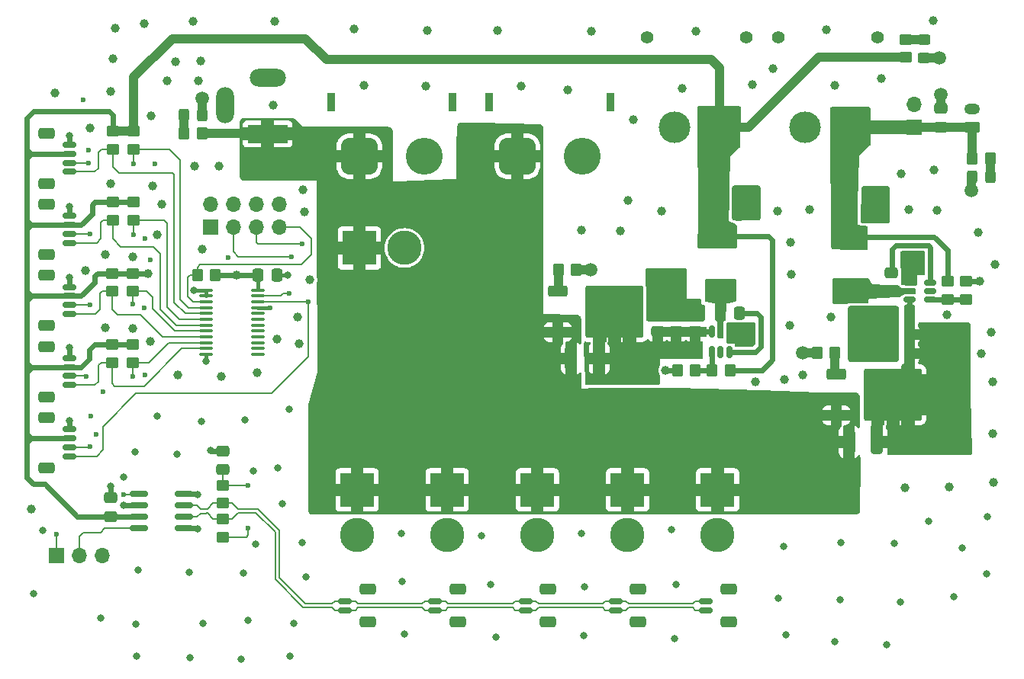
<source format=gtl>
%TF.GenerationSoftware,KiCad,Pcbnew,8.0.5+1*%
%TF.CreationDate,2024-10-17T10:57:33-04:00*%
%TF.ProjectId,mainBoard,6d61696e-426f-4617-9264-2e6b69636164,rev?*%
%TF.SameCoordinates,Original*%
%TF.FileFunction,Copper,L1,Top*%
%TF.FilePolarity,Positive*%
%FSLAX46Y46*%
G04 Gerber Fmt 4.6, Leading zero omitted, Abs format (unit mm)*
G04 Created by KiCad (PCBNEW 8.0.5+1) date 2024-10-17 10:57:33*
%MOMM*%
%LPD*%
G01*
G04 APERTURE LIST*
G04 Aperture macros list*
%AMRoundRect*
0 Rectangle with rounded corners*
0 $1 Rounding radius*
0 $2 $3 $4 $5 $6 $7 $8 $9 X,Y pos of 4 corners*
0 Add a 4 corners polygon primitive as box body*
4,1,4,$2,$3,$4,$5,$6,$7,$8,$9,$2,$3,0*
0 Add four circle primitives for the rounded corners*
1,1,$1+$1,$2,$3*
1,1,$1+$1,$4,$5*
1,1,$1+$1,$6,$7*
1,1,$1+$1,$8,$9*
0 Add four rect primitives between the rounded corners*
20,1,$1+$1,$2,$3,$4,$5,0*
20,1,$1+$1,$4,$5,$6,$7,0*
20,1,$1+$1,$6,$7,$8,$9,0*
20,1,$1+$1,$8,$9,$2,$3,0*%
G04 Aperture macros list end*
%TA.AperFunction,ComponentPad*%
%ADD10R,3.800000X3.800000*%
%TD*%
%TA.AperFunction,ComponentPad*%
%ADD11C,3.800000*%
%TD*%
%TA.AperFunction,SMDPad,CuDef*%
%ADD12RoundRect,0.150000X-0.625000X0.150000X-0.625000X-0.150000X0.625000X-0.150000X0.625000X0.150000X0*%
%TD*%
%TA.AperFunction,SMDPad,CuDef*%
%ADD13RoundRect,0.250000X-0.650000X0.350000X-0.650000X-0.350000X0.650000X-0.350000X0.650000X0.350000X0*%
%TD*%
%TA.AperFunction,ComponentPad*%
%ADD14R,4.500000X2.000000*%
%TD*%
%TA.AperFunction,ComponentPad*%
%ADD15O,4.000000X2.000000*%
%TD*%
%TA.AperFunction,ComponentPad*%
%ADD16O,2.000000X4.000000*%
%TD*%
%TA.AperFunction,ComponentPad*%
%ADD17RoundRect,0.250000X0.625000X-0.350000X0.625000X0.350000X-0.625000X0.350000X-0.625000X-0.350000X0*%
%TD*%
%TA.AperFunction,ComponentPad*%
%ADD18O,1.750000X1.200000*%
%TD*%
%TA.AperFunction,ComponentPad*%
%ADD19R,0.900000X2.000000*%
%TD*%
%TA.AperFunction,ComponentPad*%
%ADD20RoundRect,1.025000X-1.025000X-1.025000X1.025000X-1.025000X1.025000X1.025000X-1.025000X1.025000X0*%
%TD*%
%TA.AperFunction,ComponentPad*%
%ADD21C,4.100000*%
%TD*%
%TA.AperFunction,SMDPad,CuDef*%
%ADD22RoundRect,0.150000X0.625000X-0.150000X0.625000X0.150000X-0.625000X0.150000X-0.625000X-0.150000X0*%
%TD*%
%TA.AperFunction,SMDPad,CuDef*%
%ADD23RoundRect,0.250000X0.650000X-0.350000X0.650000X0.350000X-0.650000X0.350000X-0.650000X-0.350000X0*%
%TD*%
%TA.AperFunction,SMDPad,CuDef*%
%ADD24RoundRect,0.250000X-0.337500X-0.475000X0.337500X-0.475000X0.337500X0.475000X-0.337500X0.475000X0*%
%TD*%
%TA.AperFunction,SMDPad,CuDef*%
%ADD25RoundRect,0.250000X0.337500X0.475000X-0.337500X0.475000X-0.337500X-0.475000X0.337500X-0.475000X0*%
%TD*%
%TA.AperFunction,SMDPad,CuDef*%
%ADD26RoundRect,0.250000X0.475000X-0.337500X0.475000X0.337500X-0.475000X0.337500X-0.475000X-0.337500X0*%
%TD*%
%TA.AperFunction,ComponentPad*%
%ADD27C,1.400000*%
%TD*%
%TA.AperFunction,ComponentPad*%
%ADD28R,3.500000X3.500000*%
%TD*%
%TA.AperFunction,ComponentPad*%
%ADD29C,3.500000*%
%TD*%
%TA.AperFunction,SMDPad,CuDef*%
%ADD30RoundRect,0.250000X-0.350000X-0.450000X0.350000X-0.450000X0.350000X0.450000X-0.350000X0.450000X0*%
%TD*%
%TA.AperFunction,SMDPad,CuDef*%
%ADD31RoundRect,0.250000X0.450000X-0.350000X0.450000X0.350000X-0.450000X0.350000X-0.450000X-0.350000X0*%
%TD*%
%TA.AperFunction,SMDPad,CuDef*%
%ADD32RoundRect,0.150000X-0.512500X-0.150000X0.512500X-0.150000X0.512500X0.150000X-0.512500X0.150000X0*%
%TD*%
%TA.AperFunction,ComponentPad*%
%ADD33R,1.700000X1.700000*%
%TD*%
%TA.AperFunction,ComponentPad*%
%ADD34O,1.700000X1.700000*%
%TD*%
%TA.AperFunction,SMDPad,CuDef*%
%ADD35RoundRect,0.250000X-0.450000X0.350000X-0.450000X-0.350000X0.450000X-0.350000X0.450000X0.350000X0*%
%TD*%
%TA.AperFunction,SMDPad,CuDef*%
%ADD36RoundRect,0.150000X-0.150000X0.512500X-0.150000X-0.512500X0.150000X-0.512500X0.150000X0.512500X0*%
%TD*%
%TA.AperFunction,SMDPad,CuDef*%
%ADD37RoundRect,0.235000X1.465000X-0.940000X1.465000X0.940000X-1.465000X0.940000X-1.465000X-0.940000X0*%
%TD*%
%TA.AperFunction,SMDPad,CuDef*%
%ADD38RoundRect,0.250000X0.325000X0.450000X-0.325000X0.450000X-0.325000X-0.450000X0.325000X-0.450000X0*%
%TD*%
%TA.AperFunction,SMDPad,CuDef*%
%ADD39RoundRect,0.250000X-0.850000X-0.350000X0.850000X-0.350000X0.850000X0.350000X-0.850000X0.350000X0*%
%TD*%
%TA.AperFunction,SMDPad,CuDef*%
%ADD40RoundRect,0.250000X-1.275000X-1.125000X1.275000X-1.125000X1.275000X1.125000X-1.275000X1.125000X0*%
%TD*%
%TA.AperFunction,SMDPad,CuDef*%
%ADD41RoundRect,0.249997X-2.950003X-2.650003X2.950003X-2.650003X2.950003X2.650003X-2.950003X2.650003X0*%
%TD*%
%TA.AperFunction,SMDPad,CuDef*%
%ADD42RoundRect,0.250000X-0.475000X0.337500X-0.475000X-0.337500X0.475000X-0.337500X0.475000X0.337500X0*%
%TD*%
%TA.AperFunction,SMDPad,CuDef*%
%ADD43RoundRect,0.250000X0.400000X1.075000X-0.400000X1.075000X-0.400000X-1.075000X0.400000X-1.075000X0*%
%TD*%
%TA.AperFunction,SMDPad,CuDef*%
%ADD44RoundRect,0.250000X0.350000X0.450000X-0.350000X0.450000X-0.350000X-0.450000X0.350000X-0.450000X0*%
%TD*%
%TA.AperFunction,SMDPad,CuDef*%
%ADD45RoundRect,0.150000X-0.825000X-0.150000X0.825000X-0.150000X0.825000X0.150000X-0.825000X0.150000X0*%
%TD*%
%TA.AperFunction,SMDPad,CuDef*%
%ADD46RoundRect,0.250000X0.450000X-0.325000X0.450000X0.325000X-0.450000X0.325000X-0.450000X-0.325000X0*%
%TD*%
%TA.AperFunction,SMDPad,CuDef*%
%ADD47RoundRect,0.100000X-0.637500X-0.100000X0.637500X-0.100000X0.637500X0.100000X-0.637500X0.100000X0*%
%TD*%
%TA.AperFunction,SMDPad,CuDef*%
%ADD48RoundRect,0.250000X-0.325000X-0.450000X0.325000X-0.450000X0.325000X0.450000X-0.325000X0.450000X0*%
%TD*%
%TA.AperFunction,ViaPad*%
%ADD49C,0.800000*%
%TD*%
%TA.AperFunction,ViaPad*%
%ADD50C,1.000000*%
%TD*%
%TA.AperFunction,ViaPad*%
%ADD51C,0.600000*%
%TD*%
%TA.AperFunction,ViaPad*%
%ADD52C,1.500000*%
%TD*%
%TA.AperFunction,Conductor*%
%ADD53C,0.200000*%
%TD*%
%TA.AperFunction,Conductor*%
%ADD54C,0.600000*%
%TD*%
%TA.AperFunction,Conductor*%
%ADD55C,0.400000*%
%TD*%
%TA.AperFunction,Conductor*%
%ADD56C,1.000000*%
%TD*%
%TA.AperFunction,Conductor*%
%ADD57C,1.500000*%
%TD*%
G04 APERTURE END LIST*
D10*
%TO.P,J6,1,Pin_1*%
%TO.N,+12V*%
X53266571Y-46775001D03*
D11*
%TO.P,J6,2,Pin_2*%
%TO.N,GND*%
X58266571Y-46775001D03*
%TD*%
D10*
%TO.P,J11,1,Pin_1*%
%TO.N,+12V*%
X93000000Y-73650000D03*
D11*
%TO.P,J11,2,Pin_2*%
%TO.N,GND*%
X93000000Y-78650000D03*
%TD*%
D10*
%TO.P,J10,1,Pin_1*%
%TO.N,+12V*%
X83000000Y-73650000D03*
D11*
%TO.P,J10,2,Pin_2*%
%TO.N,GND*%
X83000000Y-78650000D03*
%TD*%
D10*
%TO.P,J9,1,Pin_1*%
%TO.N,+12V*%
X73000000Y-73650000D03*
D11*
%TO.P,J9,2,Pin_2*%
%TO.N,GND*%
X73000000Y-78650000D03*
%TD*%
D10*
%TO.P,J8,1,Pin_1*%
%TO.N,+12V*%
X63000000Y-73650000D03*
D11*
%TO.P,J8,2,Pin_2*%
%TO.N,GND*%
X63000000Y-78650000D03*
%TD*%
D10*
%TO.P,J7,1,Pin_1*%
%TO.N,+12V*%
X53000000Y-73650000D03*
D11*
%TO.P,J7,2,Pin_2*%
%TO.N,GND*%
X53000000Y-78650000D03*
%TD*%
D12*
%TO.P,J25,1,Pin_1*%
%TO.N,CANP*%
X91675000Y-86000000D03*
%TO.P,J25,2,Pin_2*%
%TO.N,CANN*%
X91675000Y-87000000D03*
D13*
%TO.P,J25,MP*%
%TO.N,N/C*%
X94200000Y-84700000D03*
X94200000Y-88300000D03*
%TD*%
D12*
%TO.P,J24,1,Pin_1*%
%TO.N,CANP*%
X81675000Y-86000000D03*
%TO.P,J24,2,Pin_2*%
%TO.N,CANN*%
X81675000Y-87000000D03*
D13*
%TO.P,J24,MP*%
%TO.N,N/C*%
X84200000Y-84700000D03*
X84200000Y-88300000D03*
%TD*%
D12*
%TO.P,J15,1,Pin_1*%
%TO.N,CANP*%
X71675000Y-86000000D03*
%TO.P,J15,2,Pin_2*%
%TO.N,CANN*%
X71675000Y-87000000D03*
D13*
%TO.P,J15,MP*%
%TO.N,N/C*%
X74200000Y-84700000D03*
X74200000Y-88300000D03*
%TD*%
D12*
%TO.P,J14,1,Pin_1*%
%TO.N,CANP*%
X61675000Y-86000000D03*
%TO.P,J14,2,Pin_2*%
%TO.N,CANN*%
X61675000Y-87000000D03*
D13*
%TO.P,J14,MP*%
%TO.N,N/C*%
X64200000Y-84700000D03*
X64200000Y-88300000D03*
%TD*%
D12*
%TO.P,J13,1,Pin_1*%
%TO.N,CANP*%
X51675000Y-86000000D03*
%TO.P,J13,2,Pin_2*%
%TO.N,CANN*%
X51675000Y-87000000D03*
D13*
%TO.P,J13,MP*%
%TO.N,N/C*%
X54200000Y-84700000D03*
X54200000Y-88300000D03*
%TD*%
D14*
%TO.P,J5,1*%
%TO.N,+12V*%
X43075000Y-34095000D03*
D15*
%TO.P,J5,2*%
%TO.N,GND*%
X43075000Y-27895000D03*
D16*
%TO.P,J5,3*%
%TO.N,N/C*%
X38375000Y-30895000D03*
%TD*%
D17*
%TO.P,J21,1,Pin_1*%
%TO.N,+5V*%
X121246571Y-33355001D03*
D18*
%TO.P,J21,2,Pin_2*%
%TO.N,GND*%
X121246571Y-31355001D03*
%TD*%
D19*
%TO.P,J2,*%
%TO.N,*%
X67645000Y-30575000D03*
X81145000Y-30575000D03*
D20*
%TO.P,J2,1,Pin_1*%
%TO.N,+12V*%
X70795000Y-36575000D03*
D21*
%TO.P,J2,2,Pin_2*%
%TO.N,GND*%
X77995000Y-36575000D03*
%TD*%
D22*
%TO.P,J16,1,1*%
%TO.N,SCLS0*%
X21050000Y-38305000D03*
%TO.P,J16,2,2*%
%TO.N,SDAS0*%
X21050000Y-37305000D03*
%TO.P,J16,3,3*%
%TO.N,+3V3*%
X21050000Y-36305000D03*
%TO.P,J16,4,4*%
%TO.N,GND*%
X21050000Y-35305000D03*
D23*
%TO.P,J16,MP*%
%TO.N,N/C*%
X18525000Y-39605000D03*
X18525000Y-34005000D03*
%TD*%
D24*
%TO.P,C5,1*%
%TO.N,+5V*%
X107727500Y-41015000D03*
%TO.P,C5,2*%
%TO.N,GND*%
X109802500Y-41015000D03*
%TD*%
D25*
%TO.P,C3,1*%
%TO.N,Net-(Q2-S)*%
X114289071Y-58490001D03*
%TO.P,C3,2*%
%TO.N,GND*%
X112214071Y-58490001D03*
%TD*%
D24*
%TO.P,C6,1*%
%TO.N,+5V*%
X107737500Y-43075000D03*
%TO.P,C6,2*%
%TO.N,GND*%
X109812500Y-43075000D03*
%TD*%
D26*
%TO.P,C8,1*%
%TO.N,Net-(Q1-S)*%
X88431094Y-56090930D03*
%TO.P,C8,2*%
%TO.N,GND*%
X88431094Y-54015930D03*
%TD*%
D27*
%TO.P,J4,*%
%TO.N,*%
X85195000Y-23375000D03*
X96195000Y-23375000D03*
D28*
%TO.P,J4,1,Pin_1*%
%TO.N,+3V3*%
X93195000Y-33375000D03*
D29*
%TO.P,J4,2,Pin_2*%
%TO.N,GND*%
X88195000Y-33375000D03*
%TD*%
D30*
%TO.P,R6,1*%
%TO.N,Net-(U2-VFB)*%
X92391094Y-60353430D03*
%TO.P,R6,2*%
%TO.N,+3V3*%
X94391094Y-60353430D03*
%TD*%
D27*
%TO.P,J3,*%
%TO.N,*%
X99745000Y-23375000D03*
X110745000Y-23375000D03*
D28*
%TO.P,J3,1,Pin_1*%
%TO.N,+5V*%
X107745000Y-33375000D03*
D29*
%TO.P,J3,2,Pin_2*%
%TO.N,GND*%
X102745000Y-33375000D03*
%TD*%
D24*
%TO.P,C12,1*%
%TO.N,+3V3*%
X93252978Y-42975000D03*
%TO.P,C12,2*%
%TO.N,GND*%
X95327978Y-42975000D03*
%TD*%
D31*
%TO.P,R3,2*%
%TO.N,Net-(C16-Pad1)*%
X38075000Y-73125000D03*
%TO.P,R3,1*%
%TO.N,CANP*%
X38075000Y-75125000D03*
%TD*%
D25*
%TO.P,C2,1*%
%TO.N,Net-(Q2-S)*%
X114289071Y-56400001D03*
%TO.P,C2,2*%
%TO.N,GND*%
X112214071Y-56400001D03*
%TD*%
D32*
%TO.P,U1,1,GND*%
%TO.N,GND*%
X114339071Y-50600001D03*
%TO.P,U1,2,SW*%
%TO.N,Net-(U1-SW)*%
X114339071Y-51550001D03*
%TO.P,U1,3,VIN*%
%TO.N,Net-(Q2-S)*%
X114339071Y-52500001D03*
%TO.P,U1,4,VFB*%
%TO.N,Net-(U1-VFB)*%
X116614071Y-52500001D03*
%TO.P,U1,5,EN*%
%TO.N,unconnected-(U1-EN-Pad5)*%
X116614071Y-51550001D03*
%TO.P,U1,6,VBST*%
%TO.N,Net-(U1-VBST)*%
X116614071Y-50600001D03*
%TD*%
D26*
%TO.P,C16,2*%
%TO.N,GND*%
X38075000Y-69307500D03*
%TO.P,C16,1*%
%TO.N,Net-(C16-Pad1)*%
X38075000Y-71382500D03*
%TD*%
D33*
%TO.P,J22,1,Pin_1*%
%TO.N,+5V*%
X114775000Y-33375000D03*
D34*
%TO.P,J22,2,Pin_2*%
%TO.N,GND*%
X114775000Y-30835000D03*
%TD*%
D35*
%TO.P,R19,1*%
%TO.N,+3V3*%
X25795000Y-49595000D03*
%TO.P,R19,2*%
%TO.N,SCLS2*%
X25795000Y-51595000D03*
%TD*%
D25*
%TO.P,C1,1*%
%TO.N,Net-(Q2-S)*%
X114289071Y-54310001D03*
%TO.P,C1,2*%
%TO.N,GND*%
X112214071Y-54310001D03*
%TD*%
D35*
%TO.P,R2,1*%
%TO.N,GND*%
X120576571Y-50495001D03*
%TO.P,R2,2*%
%TO.N,Net-(U1-VFB)*%
X120576571Y-52495001D03*
%TD*%
%TO.P,R17,1*%
%TO.N,+3V3*%
X25895000Y-41695000D03*
%TO.P,R17,2*%
%TO.N,SCLS1*%
X25895000Y-43695000D03*
%TD*%
D36*
%TO.P,U2,1,GND*%
%TO.N,GND*%
X94291094Y-56065930D03*
%TO.P,U2,2,SW*%
%TO.N,Net-(U2-SW)*%
X93341094Y-56065930D03*
%TO.P,U2,3,VIN*%
%TO.N,Net-(Q1-S)*%
X92391094Y-56065930D03*
%TO.P,U2,4,VFB*%
%TO.N,Net-(U2-VFB)*%
X92391094Y-58340930D03*
%TO.P,U2,5,EN*%
%TO.N,unconnected-(U2-EN-Pad5)*%
X93341094Y-58340930D03*
%TO.P,U2,6,VBST*%
%TO.N,Net-(U2-VBST)*%
X94291094Y-58340930D03*
%TD*%
D37*
%TO.P,L2,1,1*%
%TO.N,Net-(U2-SW)*%
X93311094Y-51508430D03*
%TO.P,L2,2,2*%
%TO.N,+3V3*%
X93311094Y-45458430D03*
%TD*%
D33*
%TO.P,J23,1,Pin_1*%
%TO.N,unconnected-(J23-Pin_1-Pad1)*%
X36725000Y-44475000D03*
D34*
%TO.P,J23,2,Pin_2*%
%TO.N,unconnected-(J23-Pin_2-Pad2)*%
X36725000Y-41935000D03*
%TO.P,J23,3,Pin_3*%
%TO.N,SDA1*%
X39265000Y-44475000D03*
%TO.P,J23,4,Pin_4*%
%TO.N,unconnected-(J23-Pin_4-Pad4)*%
X39265000Y-41935000D03*
%TO.P,J23,5,Pin_5*%
%TO.N,SCL1*%
X41805000Y-44475000D03*
%TO.P,J23,6,Pin_6*%
%TO.N,GND*%
X41805000Y-41935000D03*
%TO.P,J23,7,Pin_7*%
%TO.N,GPIO_GCLK*%
X44345000Y-44475000D03*
%TO.P,J23,8,Pin_8*%
%TO.N,unconnected-(J23-Pin_8-Pad8)*%
X44345000Y-41935000D03*
%TD*%
D35*
%TO.P,R20,1*%
%TO.N,+3V3*%
X28125000Y-49595000D03*
%TO.P,R20,2*%
%TO.N,SDAS2*%
X28125000Y-51595000D03*
%TD*%
D38*
%TO.P,D2,1,K*%
%TO.N,GND*%
X35841571Y-32025001D03*
%TO.P,D2,2,A*%
%TO.N,Net-(D2-A)*%
X33791571Y-32025001D03*
%TD*%
D35*
%TO.P,R16,1*%
%TO.N,+3V3*%
X28225000Y-33795000D03*
%TO.P,R16,2*%
%TO.N,SDAS0*%
X28225000Y-35795000D03*
%TD*%
D26*
%TO.P,C10,1*%
%TO.N,Net-(Q1-S)*%
X86351094Y-56090930D03*
%TO.P,C10,2*%
%TO.N,GND*%
X86351094Y-54015930D03*
%TD*%
D30*
%TO.P,R7,1*%
%TO.N,GND*%
X88541094Y-60353430D03*
%TO.P,R7,2*%
%TO.N,Net-(U2-VFB)*%
X90541094Y-60353430D03*
%TD*%
D39*
%TO.P,Q2,1,G*%
%TO.N,Net-(Q2-G)*%
X106175000Y-60805000D03*
D40*
%TO.P,Q2,2,S*%
%TO.N,Net-(Q2-S)*%
X110800000Y-61560000D03*
X110800000Y-64610000D03*
D41*
X112475000Y-63085000D03*
D40*
X114150000Y-61560000D03*
X114150000Y-64610000D03*
D39*
%TO.P,Q2,3,D*%
%TO.N,+12V*%
X106175000Y-65365000D03*
%TD*%
D34*
%TO.P,J12,3,Pin_3*%
%TO.N,GND*%
X24726571Y-80925001D03*
%TO.P,J12,2,Pin_2*%
%TO.N,C_RX*%
X22186571Y-80925001D03*
D33*
%TO.P,J12,1,Pin_1*%
%TO.N,C_TX*%
X19646571Y-80925001D03*
%TD*%
D35*
%TO.P,R18,1*%
%TO.N,+3V3*%
X28225000Y-41695000D03*
%TO.P,R18,2*%
%TO.N,SDAS1*%
X28225000Y-43695000D03*
%TD*%
D30*
%TO.P,R5,1*%
%TO.N,Net-(D2-A)*%
X33816571Y-34075001D03*
%TO.P,R5,2*%
%TO.N,+12V*%
X35816571Y-34075001D03*
%TD*%
D42*
%TO.P,C4,1*%
%TO.N,Net-(U1-VBST)*%
X112266571Y-49527501D03*
%TO.P,C4,2*%
%TO.N,Net-(U1-SW)*%
X112266571Y-51602501D03*
%TD*%
D30*
%TO.P,R10,1*%
%TO.N,Net-(Q1-G)*%
X75325000Y-49221428D03*
%TO.P,R10,2*%
%TO.N,GND*%
X77325000Y-49221428D03*
%TD*%
D43*
%TO.P,R13,1*%
%TO.N,Net-(Q2-S)*%
X110676571Y-68325001D03*
%TO.P,R13,2*%
%TO.N,+12V*%
X107576571Y-68325001D03*
%TD*%
D25*
%TO.P,C11,1*%
%TO.N,Net-(U2-VBST)*%
X95408594Y-54013430D03*
%TO.P,C11,2*%
%TO.N,Net-(U2-SW)*%
X93333594Y-54013430D03*
%TD*%
D43*
%TO.P,R14,1*%
%TO.N,Net-(Q1-S)*%
X79851095Y-59035001D03*
%TO.P,R14,2*%
%TO.N,+12V*%
X76751095Y-59035001D03*
%TD*%
D22*
%TO.P,J17,1,1*%
%TO.N,SCLS1*%
X21050000Y-46205000D03*
%TO.P,J17,2,2*%
%TO.N,SDAS1*%
X21050000Y-45205000D03*
%TO.P,J17,3,3*%
%TO.N,+3V3*%
X21050000Y-44205000D03*
%TO.P,J17,4,4*%
%TO.N,GND*%
X21050000Y-43205000D03*
D23*
%TO.P,J17,MP*%
%TO.N,N/C*%
X18525000Y-47505000D03*
X18525000Y-41905000D03*
%TD*%
D22*
%TO.P,J20,1,1*%
%TO.N,SCL1*%
X21050000Y-69905000D03*
%TO.P,J20,2,2*%
%TO.N,SDA1*%
X21050000Y-68905000D03*
%TO.P,J20,3,3*%
%TO.N,+3V3*%
X21050000Y-67905000D03*
%TO.P,J20,4,4*%
%TO.N,GND*%
X21050000Y-66905000D03*
D23*
%TO.P,J20,MP*%
%TO.N,N/C*%
X18525000Y-71205000D03*
X18525000Y-65605000D03*
%TD*%
D31*
%TO.P,R8,1*%
%TO.N,+3V3*%
X113840000Y-25605000D03*
%TO.P,R8,2*%
%TO.N,Net-(D3-A)*%
X113840000Y-23605000D03*
%TD*%
D24*
%TO.P,C13,1*%
%TO.N,+3V3*%
X93252978Y-40985000D03*
%TO.P,C13,2*%
%TO.N,GND*%
X95327978Y-40985000D03*
%TD*%
D35*
%TO.P,R21,1*%
%TO.N,+3V3*%
X25795000Y-57495000D03*
%TO.P,R21,2*%
%TO.N,SCLS3*%
X25795000Y-59495000D03*
%TD*%
D22*
%TO.P,J18,1,1*%
%TO.N,SCLS2*%
X21050000Y-54105000D03*
%TO.P,J18,2,2*%
%TO.N,SDAS2*%
X21050000Y-53105000D03*
%TO.P,J18,3,3*%
%TO.N,+3V3*%
X21050000Y-52105000D03*
%TO.P,J18,4,4*%
%TO.N,GND*%
X21050000Y-51105000D03*
D23*
%TO.P,J18,MP*%
%TO.N,N/C*%
X18525000Y-55405000D03*
X18525000Y-49805000D03*
%TD*%
D35*
%TO.P,R22,1*%
%TO.N,+3V3*%
X28125000Y-57495000D03*
%TO.P,R22,2*%
%TO.N,SDAS3*%
X28125000Y-59495000D03*
%TD*%
D30*
%TO.P,R4,1*%
%TO.N,+5V*%
X121245001Y-36853429D03*
%TO.P,R4,2*%
%TO.N,Net-(D1-A)*%
X123245001Y-36853429D03*
%TD*%
D44*
%TO.P,R9,1*%
%TO.N,Net-(Q2-G)*%
X106046572Y-58453430D03*
%TO.P,R9,2*%
%TO.N,GND*%
X104046572Y-58453430D03*
%TD*%
D37*
%TO.P,L1,1,1*%
%TO.N,Net-(U1-SW)*%
X107626571Y-51580001D03*
%TO.P,L1,2,2*%
%TO.N,+5V*%
X107626571Y-45530001D03*
%TD*%
D24*
%TO.P,C7,1*%
%TO.N,+3V3*%
X42037500Y-49805000D03*
%TO.P,C7,2*%
%TO.N,GND*%
X44112500Y-49805000D03*
%TD*%
D31*
%TO.P,R24,2*%
%TO.N,CANN*%
X38075000Y-76875000D03*
%TO.P,R24,1*%
%TO.N,Net-(C16-Pad1)*%
X38075000Y-78875000D03*
%TD*%
D39*
%TO.P,Q1,1,G*%
%TO.N,Net-(Q1-G)*%
X75275000Y-51550000D03*
D40*
%TO.P,Q1,2,S*%
%TO.N,Net-(Q1-S)*%
X79900000Y-52305000D03*
X79900000Y-55355000D03*
D41*
X81575000Y-53830000D03*
D40*
X83250000Y-52305000D03*
X83250000Y-55355000D03*
D39*
%TO.P,Q1,3,D*%
%TO.N,+12V*%
X75275000Y-56110000D03*
%TD*%
D45*
%TO.P,IC1,8,STB*%
%TO.N,GND*%
X33745000Y-74120000D03*
%TO.P,IC1,7,CANH*%
%TO.N,CANP*%
X33745000Y-75390000D03*
%TO.P,IC1,6,CANL*%
%TO.N,CANN*%
X33745000Y-76660000D03*
%TO.P,IC1,5,SHDNVIO*%
%TO.N,GND*%
X33745000Y-77930000D03*
%TO.P,IC1,4,RXD*%
%TO.N,C_RX*%
X28795000Y-77930000D03*
%TO.P,IC1,3,VCC*%
%TO.N,+3V3*%
X28795000Y-76660000D03*
%TO.P,IC1,2,GND*%
%TO.N,GND*%
X28795000Y-75390000D03*
%TO.P,IC1,1,TXD*%
%TO.N,C_TX*%
X28795000Y-74120000D03*
%TD*%
D26*
%TO.P,C9,1*%
%TO.N,Net-(Q1-S)*%
X90541094Y-56090930D03*
%TO.P,C9,2*%
%TO.N,GND*%
X90541094Y-54015930D03*
%TD*%
D31*
%TO.P,R1,1*%
%TO.N,Net-(U1-VFB)*%
X118546571Y-52495001D03*
%TO.P,R1,2*%
%TO.N,+5V*%
X118546571Y-50495001D03*
%TD*%
D35*
%TO.P,R15,1*%
%TO.N,+3V3*%
X25895000Y-33795000D03*
%TO.P,R15,2*%
%TO.N,SCLS0*%
X25895000Y-35795000D03*
%TD*%
D46*
%TO.P,D3,1,K*%
%TO.N,GND*%
X115931572Y-25663430D03*
%TO.P,D3,2,A*%
%TO.N,Net-(D3-A)*%
X115931572Y-23613430D03*
%TD*%
D42*
%TO.P,C15,1*%
%TO.N,GND*%
X117776571Y-31247501D03*
%TO.P,C15,2*%
%TO.N,+5V*%
X117776571Y-33322501D03*
%TD*%
D44*
%TO.P,R23,1*%
%TO.N,+3V3*%
X37295000Y-49805000D03*
%TO.P,R23,2*%
%TO.N,GPIO_GCLK*%
X35295000Y-49805000D03*
%TD*%
D22*
%TO.P,J19,1,1*%
%TO.N,SCLS3*%
X21050000Y-62005000D03*
%TO.P,J19,2,2*%
%TO.N,SDAS3*%
X21050000Y-61005000D03*
%TO.P,J19,3,3*%
%TO.N,+3V3*%
X21050000Y-60005000D03*
%TO.P,J19,4,4*%
%TO.N,GND*%
X21050000Y-59005000D03*
D23*
%TO.P,J19,MP*%
%TO.N,N/C*%
X18525000Y-63305000D03*
X18525000Y-57705000D03*
%TD*%
D47*
%TO.P,U3,1,A0*%
%TO.N,GND*%
X36257500Y-51450000D03*
%TO.P,U3,2,A1*%
X36257500Y-52100000D03*
%TO.P,U3,3,~{RESET}*%
%TO.N,GPIO_GCLK*%
X36257500Y-52750000D03*
%TO.P,U3,4,SD0*%
%TO.N,SDAS0*%
X36257500Y-53400000D03*
%TO.P,U3,5,SC0*%
%TO.N,SCLS0*%
X36257500Y-54050000D03*
%TO.P,U3,6,SD1*%
%TO.N,SDAS1*%
X36257500Y-54700000D03*
%TO.P,U3,7,SC1*%
%TO.N,SCLS1*%
X36257500Y-55350000D03*
%TO.P,U3,8,SD2*%
%TO.N,SDAS2*%
X36257500Y-56000000D03*
%TO.P,U3,9,SC2*%
%TO.N,SCLS2*%
X36257500Y-56650000D03*
%TO.P,U3,10,SD3*%
%TO.N,SDAS3*%
X36257500Y-57300000D03*
%TO.P,U3,11,SC3*%
%TO.N,SCLS3*%
X36257500Y-57950000D03*
%TO.P,U3,12,GND*%
%TO.N,GND*%
X36257500Y-58600000D03*
%TO.P,U3,13,SD4*%
%TO.N,unconnected-(U3-SD4-Pad13)*%
X41982500Y-58600000D03*
%TO.P,U3,14,SC4*%
%TO.N,unconnected-(U3-SC4-Pad14)*%
X41982500Y-57950000D03*
%TO.P,U3,15,SD5*%
%TO.N,unconnected-(U3-SD5-Pad15)*%
X41982500Y-57300000D03*
%TO.P,U3,16,SC5*%
%TO.N,unconnected-(U3-SC5-Pad16)*%
X41982500Y-56650000D03*
%TO.P,U3,17,SD6*%
%TO.N,unconnected-(U3-SD6-Pad17)*%
X41982500Y-56000000D03*
%TO.P,U3,18,SC6*%
%TO.N,unconnected-(U3-SC6-Pad18)*%
X41982500Y-55350000D03*
%TO.P,U3,19,SD7*%
%TO.N,unconnected-(U3-SD7-Pad19)*%
X41982500Y-54700000D03*
%TO.P,U3,20,SC7*%
%TO.N,unconnected-(U3-SC7-Pad20)*%
X41982500Y-54050000D03*
%TO.P,U3,21,A2*%
%TO.N,GND*%
X41982500Y-53400000D03*
%TO.P,U3,22,SCL*%
%TO.N,SCL1*%
X41982500Y-52750000D03*
%TO.P,U3,23,SDA*%
%TO.N,SDA1*%
X41982500Y-52100000D03*
%TO.P,U3,24,VCC*%
%TO.N,+3V3*%
X41982500Y-51450000D03*
%TD*%
D48*
%TO.P,D1,1,K*%
%TO.N,GND*%
X121220001Y-38890001D03*
%TO.P,D1,2,A*%
%TO.N,Net-(D1-A)*%
X123270001Y-38890001D03*
%TD*%
D26*
%TO.P,C14,2*%
%TO.N,GND*%
X25665000Y-74537500D03*
%TO.P,C14,1*%
%TO.N,+3V3*%
X25665000Y-76612500D03*
%TD*%
D19*
%TO.P,J1,*%
%TO.N,*%
X50095000Y-30575000D03*
X63595000Y-30575000D03*
D20*
%TO.P,J1,1,Pin_1*%
%TO.N,+12V*%
X53245000Y-36575000D03*
D21*
%TO.P,J1,2,Pin_2*%
%TO.N,GND*%
X60445000Y-36575000D03*
%TD*%
D49*
%TO.N,GND*%
X18110786Y-78164215D03*
X27085786Y-72239215D03*
X41735786Y-79689215D03*
X41510786Y-71564215D03*
D50*
%TO.N,+12V*%
X49185786Y-71114215D03*
X78335786Y-68964215D03*
X68885786Y-68914215D03*
X58172491Y-68753927D03*
X57835786Y-72814215D03*
X67385786Y-72114215D03*
X77885786Y-73014215D03*
X87785786Y-73114215D03*
X102085786Y-74564215D03*
X105218761Y-72040518D03*
X98985786Y-71764215D03*
D49*
%TO.N,GND*%
X122935786Y-76614215D03*
X122885786Y-83014215D03*
X116435786Y-77114215D03*
X44735786Y-75214215D03*
X45572583Y-92096377D03*
X45935786Y-88464215D03*
X58285786Y-89664215D03*
X68435786Y-90014215D03*
X78135786Y-89864215D03*
X88185786Y-90214215D03*
X111735786Y-90814215D03*
X105985786Y-90514215D03*
X100583484Y-89756619D03*
X99732663Y-85662043D03*
X106585786Y-85814215D03*
X113319212Y-86114041D03*
X119248371Y-85529102D03*
X120135786Y-80064215D03*
X112635786Y-79564215D03*
X106698760Y-79520178D03*
X100344190Y-79945589D03*
X88379519Y-84199694D03*
X87847756Y-78057829D03*
X78249430Y-84438987D03*
X77935786Y-78464215D03*
X67826872Y-84199694D03*
X66785786Y-78714215D03*
X58035786Y-83814215D03*
X57935786Y-78464215D03*
X46935786Y-79464215D03*
X47327402Y-83295697D03*
X17135786Y-85214215D03*
X24535786Y-87864215D03*
X28556162Y-92149553D03*
X34485786Y-92264215D03*
X40135786Y-92464215D03*
X40935786Y-88114215D03*
X35935786Y-88464215D03*
X28435786Y-88564215D03*
X34352380Y-82843698D03*
X40387892Y-82923462D03*
X28735786Y-82514215D03*
X28396633Y-69443266D03*
X33035786Y-69664215D03*
X35734964Y-66013393D03*
X44235786Y-71214215D03*
X45485786Y-64664215D03*
X40574009Y-65880453D03*
X30785786Y-65414215D03*
D51*
X24785786Y-62714215D03*
D49*
X113885786Y-47814215D03*
D51*
X23185786Y-35914215D03*
D49*
X110685786Y-54114215D03*
D50*
X117334539Y-42613628D03*
X79017272Y-22666952D03*
D52*
X117785786Y-29714215D03*
D50*
X114252727Y-42520240D03*
D49*
X21050000Y-65950001D03*
D50*
X35627875Y-26009177D03*
X113385786Y-38514215D03*
D52*
X121185786Y-40414215D03*
D50*
X105085786Y-22514215D03*
X96885786Y-28614215D03*
X47785786Y-50314215D03*
X83685786Y-32514215D03*
X41885817Y-60610179D03*
X60806561Y-22573563D03*
X19485786Y-29514215D03*
X46585786Y-57414215D03*
X76385786Y-29214215D03*
X97185786Y-61614215D03*
D51*
X30085786Y-48114215D03*
D49*
X110685786Y-58814215D03*
D51*
X96885786Y-43314215D03*
D50*
X101185786Y-49714215D03*
X43885786Y-21614215D03*
X86785786Y-42714215D03*
X88660786Y-49864215D03*
D51*
X29485786Y-60914215D03*
D50*
X25085786Y-47514215D03*
D49*
X96685786Y-55814215D03*
X108885786Y-54114215D03*
D50*
X122066572Y-50495001D03*
X87110786Y-51139215D03*
D51*
X22585786Y-30314215D03*
D49*
X21050000Y-34314215D03*
X110685786Y-57414215D03*
D51*
X23485786Y-65414215D03*
D49*
X108785786Y-55514215D03*
D51*
X24085786Y-67514215D03*
D50*
X35785786Y-46914215D03*
D49*
X115385786Y-47814215D03*
D50*
X123385786Y-56114215D03*
X123585786Y-72814215D03*
D49*
X36735786Y-69264215D03*
X21050000Y-50050001D03*
D51*
X96885786Y-40314215D03*
D50*
X31292577Y-41910081D03*
X34788591Y-21602326D03*
X30785786Y-45314215D03*
X100972916Y-55370465D03*
X47136083Y-42761811D03*
X33085786Y-60914215D03*
X106035227Y-28711232D03*
D51*
X38685786Y-47814215D03*
D50*
X30285786Y-39914215D03*
X37685786Y-37714215D03*
X44085786Y-56914215D03*
X103251590Y-42520240D03*
D51*
X30585786Y-37414215D03*
D50*
X77885786Y-44814215D03*
X68585786Y-22614215D03*
D49*
X34921571Y-51450000D03*
D50*
X46385786Y-54414215D03*
X123535520Y-61608801D03*
X16885786Y-75814215D03*
X99685786Y-42714215D03*
D49*
X110685786Y-55814215D03*
D50*
X123785786Y-48614215D03*
X83085786Y-41514215D03*
X87225001Y-60353430D03*
D52*
X102485786Y-58414215D03*
D50*
X85735786Y-52464215D03*
D51*
X96885786Y-42314215D03*
D49*
X36257500Y-59342501D03*
D50*
X89085786Y-29014215D03*
X100385786Y-61414215D03*
D49*
X21050000Y-57850001D03*
D50*
X26178193Y-22386787D03*
D49*
X111385786Y-43414215D03*
X113985786Y-49014215D03*
X96585786Y-57014215D03*
D51*
X43385786Y-53414215D03*
D50*
X29390749Y-21863813D03*
X121885786Y-45014215D03*
X60585786Y-28814215D03*
X30185786Y-32114215D03*
D49*
X108685786Y-57014215D03*
D50*
X71185786Y-28814215D03*
D49*
X25635786Y-73264215D03*
D50*
X22885786Y-49314215D03*
X118485786Y-54214215D03*
D52*
X117635001Y-25663430D03*
D49*
X35335786Y-74164215D03*
D50*
X90560061Y-22704307D03*
X111185786Y-27914215D03*
D49*
X115285786Y-49014215D03*
D50*
X28085786Y-47714215D03*
X123516842Y-67361518D03*
X28085786Y-55714215D03*
X46985786Y-40314215D03*
X113785786Y-73414215D03*
X35385786Y-28214215D03*
X99185786Y-26814215D03*
X34985786Y-37714215D03*
D49*
X111385786Y-42214215D03*
D52*
X78885786Y-49214215D03*
D50*
X25085786Y-55614215D03*
D49*
X95685786Y-55814215D03*
D50*
X82185786Y-44914215D03*
X37892950Y-61008636D03*
X32885786Y-26114215D03*
X53785786Y-28714215D03*
D49*
X111385786Y-41014215D03*
D50*
X105585786Y-54414215D03*
X31885786Y-28214215D03*
D49*
X95585786Y-57014215D03*
D50*
X85960786Y-49914215D03*
X116985786Y-38114215D03*
X25685786Y-29414215D03*
X118685786Y-73314215D03*
D52*
X35841571Y-30170000D03*
D50*
X30085786Y-57114215D03*
D49*
X45285786Y-49814215D03*
D50*
X23385786Y-33414215D03*
X25685786Y-39614215D03*
D51*
X96885786Y-41314215D03*
D50*
X52685786Y-22414215D03*
X43685786Y-30914215D03*
X102485786Y-60914215D03*
X88735786Y-52564215D03*
X25885786Y-25714215D03*
D51*
X29485786Y-45714215D03*
D49*
X27135786Y-75364215D03*
X21050000Y-42150001D03*
D50*
X116885786Y-21514215D03*
X122285786Y-58514215D03*
D51*
X29385786Y-53414215D03*
D50*
X101085786Y-46114215D03*
D49*
%TO.N,+5V*%
X106285786Y-36714215D03*
X106285786Y-43314215D03*
X107985786Y-37314215D03*
X108085786Y-38714215D03*
X106085786Y-38614215D03*
X107085786Y-39514215D03*
X106185786Y-41314215D03*
D50*
%TO.N,+3V3*%
X91835786Y-36664215D03*
X93585786Y-36714215D03*
X39635786Y-49814215D03*
X91735786Y-38564215D03*
X93485786Y-38464215D03*
X91585786Y-41114215D03*
X91685786Y-43014215D03*
X29785786Y-49595000D03*
D51*
%TO.N,C_TX*%
X27135786Y-74164215D03*
X19635786Y-78564215D03*
D50*
%TO.N,+12V*%
X70085786Y-57514215D03*
X97285786Y-66214215D03*
X69188881Y-53087141D03*
X56285786Y-54414215D03*
X41385786Y-38014215D03*
X103385786Y-67914215D03*
X55037522Y-61717098D03*
X64469661Y-45105557D03*
X64485786Y-49014215D03*
X49585786Y-61614215D03*
X44285786Y-38014215D03*
X68285786Y-48914215D03*
X81885786Y-67314215D03*
X101685786Y-64814215D03*
X47485786Y-37914215D03*
X51085786Y-66414215D03*
X88885786Y-67414215D03*
X81085786Y-63614215D03*
X64085786Y-57714215D03*
X49585786Y-45014215D03*
X63473519Y-53585212D03*
X69485786Y-65214215D03*
X71285786Y-47914215D03*
X86885786Y-63614215D03*
X95085786Y-68514215D03*
X68085786Y-45214215D03*
X69381959Y-61661065D03*
X49785786Y-58314215D03*
X62798086Y-61717098D03*
X54985786Y-65614215D03*
X57785786Y-41914215D03*
X91785786Y-64614215D03*
X49385786Y-48914215D03*
X50085786Y-42614215D03*
X49785786Y-54214215D03*
X56885786Y-58314215D03*
X62485786Y-65414215D03*
X71085786Y-44814215D03*
X50185786Y-40214215D03*
X74885786Y-64814215D03*
X62785786Y-40614215D03*
X66685786Y-40614215D03*
D51*
%TO.N,SCL1*%
X46885786Y-46314215D03*
X47585786Y-52714215D03*
%TO.N,SDA1*%
X23385786Y-68814215D03*
X45485786Y-51814215D03*
X45685786Y-47714215D03*
%TO.N,SDAS0*%
X28185786Y-37414215D03*
X23185786Y-37305000D03*
%TO.N,SDAS1*%
X28225000Y-45314215D03*
X23385786Y-45205000D03*
%TO.N,SDAS2*%
X23385786Y-53114215D03*
X28085786Y-53014215D03*
%TO.N,SDAS3*%
X28125000Y-61014215D03*
X22985786Y-61014215D03*
%TO.N,Net-(C16-Pad1)*%
X40935786Y-77864215D03*
X40935786Y-73164215D03*
D50*
%TO.N,Net-(Q1-S)*%
X82685786Y-60914215D03*
X82485786Y-58639215D03*
X85010786Y-58764215D03*
X88385786Y-58314215D03*
X85085786Y-61014215D03*
%TO.N,Net-(Q2-S)*%
X119785786Y-68114215D03*
X114285786Y-68414215D03*
X117885786Y-63014215D03*
X117585786Y-56814215D03*
X118185786Y-66014215D03*
X116785786Y-68414215D03*
X119785786Y-60714215D03*
X117585786Y-59114215D03*
D49*
%TO.N,GND*%
X35335786Y-77964215D03*
%TD*%
D53*
%TO.N,CANN*%
X39125001Y-76875000D02*
X39775001Y-76225000D01*
X39775001Y-76225000D02*
X41778371Y-76225000D01*
X38075000Y-76875000D02*
X39125001Y-76875000D01*
%TO.N,CANP*%
X44360786Y-83421015D02*
X47214771Y-86275000D01*
X47214771Y-86275000D02*
X50237499Y-86275000D01*
X39775001Y-75775000D02*
X41964771Y-75775000D01*
X44360786Y-78171015D02*
X44360786Y-83421015D01*
X50512499Y-86000000D02*
X51675000Y-86000000D01*
X41964771Y-75775000D02*
X44360786Y-78171015D01*
X50237499Y-86275000D02*
X50512499Y-86000000D01*
X39125001Y-75125000D02*
X39775001Y-75775000D01*
%TO.N,CANN*%
X41778371Y-76225000D02*
X43910786Y-78357415D01*
%TO.N,CANP*%
X38075000Y-75125000D02*
X39125001Y-75125000D01*
%TO.N,CANN*%
X43910786Y-78357415D02*
X43910786Y-83607415D01*
X43910786Y-83607415D02*
X47028371Y-86725000D01*
X47028371Y-86725000D02*
X50237499Y-86725000D01*
X50237499Y-86725000D02*
X50512499Y-87000000D01*
X50512499Y-87000000D02*
X51675000Y-87000000D01*
D54*
%TO.N,+3V3*%
X16385786Y-68414215D02*
X16385786Y-72314215D01*
X18335786Y-73014215D02*
X21934071Y-76612500D01*
X16385786Y-72314215D02*
X17085786Y-73014215D01*
X17085786Y-73014215D02*
X18335786Y-73014215D01*
X21934071Y-76612500D02*
X25665000Y-76612500D01*
D53*
%TO.N,CANP*%
X81675000Y-86000000D02*
X82837501Y-86000000D01*
X82837501Y-86000000D02*
X83112501Y-86275000D01*
%TO.N,CANN*%
X90512499Y-87000000D02*
X91675000Y-87000000D01*
%TO.N,CANP*%
X83112501Y-86275000D02*
X90237499Y-86275000D01*
%TO.N,CANN*%
X83112501Y-86725000D02*
X90237499Y-86725000D01*
%TO.N,CANP*%
X90237499Y-86275000D02*
X90512499Y-86000000D01*
X90512499Y-86000000D02*
X91675000Y-86000000D01*
%TO.N,CANN*%
X81675000Y-87000000D02*
X82837501Y-87000000D01*
X82837501Y-87000000D02*
X83112501Y-86725000D01*
X90237499Y-86725000D02*
X90512499Y-87000000D01*
%TO.N,CANP*%
X71675000Y-86000000D02*
X72837501Y-86000000D01*
X72837501Y-86000000D02*
X73112501Y-86275000D01*
X73112501Y-86275000D02*
X80237499Y-86275000D01*
X80237499Y-86275000D02*
X80512499Y-86000000D01*
%TO.N,CANN*%
X73112501Y-86725000D02*
X80237499Y-86725000D01*
%TO.N,CANP*%
X80512499Y-86000000D02*
X81675000Y-86000000D01*
%TO.N,CANN*%
X80237499Y-86725000D02*
X80512499Y-87000000D01*
X71675000Y-87000000D02*
X72837501Y-87000000D01*
X72837501Y-87000000D02*
X73112501Y-86725000D01*
X80512499Y-87000000D02*
X81675000Y-87000000D01*
%TO.N,CANP*%
X61675000Y-86000000D02*
X62837501Y-86000000D01*
X70237499Y-86275000D02*
X70512499Y-86000000D01*
X62837501Y-86000000D02*
X63112501Y-86275000D01*
%TO.N,CANN*%
X70237499Y-86725000D02*
X70512499Y-87000000D01*
%TO.N,CANP*%
X63112501Y-86275000D02*
X70237499Y-86275000D01*
X70512499Y-86000000D02*
X71675000Y-86000000D01*
%TO.N,CANN*%
X63112501Y-86725000D02*
X70237499Y-86725000D01*
X61675000Y-87000000D02*
X62837501Y-87000000D01*
X62837501Y-87000000D02*
X63112501Y-86725000D01*
X70512499Y-87000000D02*
X71675000Y-87000000D01*
%TO.N,CANP*%
X51675000Y-86000000D02*
X52837501Y-86000000D01*
%TO.N,CANN*%
X60237499Y-86725000D02*
X60512499Y-87000000D01*
%TO.N,CANP*%
X52837501Y-86000000D02*
X53112501Y-86275000D01*
%TO.N,CANN*%
X53112501Y-86725000D02*
X60237499Y-86725000D01*
%TO.N,CANP*%
X53112501Y-86275000D02*
X60237499Y-86275000D01*
X60237499Y-86275000D02*
X60512499Y-86000000D01*
%TO.N,CANN*%
X51675000Y-87000000D02*
X52837501Y-87000000D01*
%TO.N,CANP*%
X60512499Y-86000000D02*
X61675000Y-86000000D01*
%TO.N,CANN*%
X52837501Y-87000000D02*
X53112501Y-86725000D01*
X60512499Y-87000000D02*
X61675000Y-87000000D01*
%TO.N,Net-(C16-Pad1)*%
X40935786Y-77864215D02*
X40935786Y-78664215D01*
X40935786Y-78664215D02*
X40725001Y-78875000D01*
X40725001Y-78875000D02*
X38075000Y-78875000D01*
D54*
%TO.N,GND*%
X35291571Y-74120000D02*
X35335786Y-74164215D01*
D55*
X36257500Y-59342501D02*
X36257500Y-58600000D01*
D54*
X36779071Y-69307500D02*
X36735786Y-69264215D01*
D56*
X102525001Y-58253430D02*
X102485786Y-58214215D01*
X121185786Y-40414215D02*
X121185786Y-38924216D01*
D55*
X45276571Y-49805000D02*
X45285786Y-49814215D01*
D54*
X38075000Y-69307500D02*
X36779071Y-69307500D01*
X21050000Y-50050001D02*
X21050000Y-51105000D01*
D55*
X34921571Y-51450000D02*
X36257500Y-51450000D01*
D54*
X27161571Y-75390000D02*
X27135786Y-75364215D01*
X25665000Y-74537500D02*
X25665000Y-73293429D01*
D56*
X117776571Y-29723430D02*
X117776571Y-31247501D01*
D54*
X122066572Y-50495001D02*
X120576571Y-50495001D01*
D56*
X117635001Y-25663430D02*
X115931572Y-25663430D01*
D54*
X21050000Y-42150001D02*
X21050000Y-43205000D01*
D56*
X35841571Y-30170000D02*
X35841571Y-32025001D01*
X104046572Y-58453430D02*
X102525001Y-58453430D01*
X77325000Y-49221428D02*
X78878573Y-49221428D01*
D54*
X28795000Y-75390000D02*
X27161571Y-75390000D01*
D55*
X43371571Y-53400000D02*
X43385786Y-53414215D01*
D54*
X21050000Y-34314215D02*
X21050000Y-35305000D01*
X33745000Y-74120000D02*
X35291571Y-74120000D01*
D55*
X44112500Y-49805000D02*
X45276571Y-49805000D01*
D54*
X35301571Y-77930000D02*
X35335786Y-77964215D01*
X21050000Y-57850001D02*
X21050000Y-59005000D01*
D55*
X41982500Y-53400000D02*
X43371571Y-53400000D01*
D56*
X121185786Y-38924216D02*
X121220001Y-38890001D01*
X78878573Y-49221428D02*
X78885786Y-49214215D01*
D54*
X87225001Y-60353430D02*
X88541094Y-60353430D01*
D55*
X36257500Y-52100000D02*
X36257500Y-51450000D01*
D56*
X117785786Y-29714215D02*
X117776571Y-29723430D01*
D54*
X21050000Y-65950001D02*
X21050000Y-66905000D01*
X33745000Y-77930000D02*
X35301571Y-77930000D01*
%TO.N,Net-(U1-VBST)*%
X112366571Y-49527501D02*
X112366571Y-46933430D01*
X112366571Y-46933430D02*
X112785786Y-46514215D01*
X116614071Y-46742500D02*
X116614071Y-50600001D01*
X112785786Y-46514215D02*
X116385786Y-46514215D01*
X116385786Y-46514215D02*
X116614071Y-46742500D01*
%TO.N,+5V*%
X118546571Y-47025000D02*
X118546571Y-50495001D01*
D57*
X107745000Y-33375000D02*
X114775000Y-33375000D01*
D54*
X107626571Y-45530001D02*
X117051572Y-45530001D01*
D56*
X121246571Y-33355001D02*
X117809071Y-33355001D01*
X121246571Y-33355001D02*
X121246571Y-36851859D01*
D54*
X117051572Y-45530001D02*
X118546571Y-47025000D01*
D56*
X121246571Y-36851859D02*
X121245001Y-36853429D01*
X117776571Y-33322501D02*
X114827499Y-33322501D01*
D54*
%TO.N,+3V3*%
X22395001Y-60005000D02*
X23285786Y-59114215D01*
D56*
X96425001Y-33375000D02*
X104195001Y-25605000D01*
D54*
X16385786Y-67914215D02*
X16385786Y-68414215D01*
X16885786Y-36305000D02*
X16395001Y-36305000D01*
X16385786Y-59514215D02*
X16385786Y-60014215D01*
X21050000Y-52105000D02*
X16985786Y-52105000D01*
X23905001Y-57495000D02*
X25795000Y-57495000D01*
X16876571Y-67905000D02*
X16876571Y-67923430D01*
D56*
X93195000Y-33375000D02*
X96425001Y-33375000D01*
D54*
X16385786Y-36314215D02*
X16385786Y-36814215D01*
X16385786Y-52114215D02*
X16385786Y-52614215D01*
X99085786Y-59214215D02*
X99085786Y-45914215D01*
X16985786Y-60005000D02*
X16876571Y-60005000D01*
X16395001Y-44205000D02*
X16385786Y-44214215D01*
D56*
X104195001Y-25605000D02*
X113840000Y-25605000D01*
D54*
X24205001Y-49595000D02*
X25795000Y-49595000D01*
X16395001Y-36305000D02*
X16385786Y-36314215D01*
D56*
X49585786Y-25814215D02*
X47285786Y-23514215D01*
D54*
X16876571Y-67905000D02*
X16385786Y-67414215D01*
D56*
X28225000Y-27775001D02*
X28225000Y-33795000D01*
D54*
X16885786Y-44205000D02*
X16876571Y-44205000D01*
X16385786Y-60514215D02*
X16385786Y-67414215D01*
X21050000Y-36305000D02*
X16885786Y-36305000D01*
D56*
X93195000Y-33375000D02*
X93195000Y-26723429D01*
D54*
X23285786Y-58114215D02*
X23905001Y-57495000D01*
D56*
X47285786Y-23514215D02*
X32485786Y-23514215D01*
D54*
X21050000Y-52105000D02*
X22395001Y-52105000D01*
X16885786Y-36305000D02*
X16876571Y-36305000D01*
D56*
X92285786Y-25814215D02*
X49585786Y-25814215D01*
D54*
X42028285Y-49814215D02*
X42037500Y-49805000D01*
X17085786Y-67905000D02*
X16395001Y-67905000D01*
X25665000Y-76612500D02*
X28747500Y-76612500D01*
X16385786Y-51614215D02*
X16385786Y-52114215D01*
X16985786Y-52105000D02*
X16876571Y-52105000D01*
X16885786Y-44205000D02*
X16885786Y-44214215D01*
X16985786Y-60005000D02*
X16395001Y-60005000D01*
X23885786Y-49914215D02*
X24205001Y-49595000D01*
X16885786Y-44214215D02*
X16385786Y-44714215D01*
X97946571Y-60353430D02*
X99085786Y-59214215D01*
X23905001Y-41695000D02*
X25895000Y-41695000D01*
X17085786Y-31614215D02*
X16385786Y-32314215D01*
X99085786Y-45914215D02*
X98630001Y-45458430D01*
D56*
X32485786Y-23514215D02*
X28225000Y-27775001D01*
D54*
X39635786Y-49814215D02*
X42028285Y-49814215D01*
X37304215Y-49814215D02*
X37295000Y-49805000D01*
X16385786Y-44714215D02*
X16385786Y-51614215D01*
X16885786Y-36314215D02*
X16385786Y-36814215D01*
X21050000Y-60005000D02*
X22395001Y-60005000D01*
X16385786Y-43714215D02*
X16385786Y-44214215D01*
X22395001Y-52105000D02*
X23885786Y-50614215D01*
X16395001Y-60005000D02*
X16385786Y-60014215D01*
X16385786Y-67414215D02*
X16385786Y-67914215D01*
X28225000Y-41695000D02*
X25895000Y-41695000D01*
X16385786Y-52614215D02*
X16385786Y-59514215D01*
X25795000Y-49595000D02*
X28125000Y-49595000D01*
X16395001Y-52105000D02*
X16385786Y-52114215D01*
X23585786Y-43014215D02*
X23585786Y-42014215D01*
X16876571Y-52105000D02*
X16876571Y-52123430D01*
X25795000Y-57495000D02*
X28125000Y-57495000D01*
X94391094Y-60353430D02*
X97946571Y-60353430D01*
X25485786Y-31614215D02*
X17085786Y-31614215D01*
X17085786Y-67905000D02*
X16876571Y-67905000D01*
X16876571Y-44205000D02*
X16385786Y-43714215D01*
X16876571Y-52105000D02*
X16385786Y-51614215D01*
X23285786Y-59114215D02*
X23285786Y-58114215D01*
X16885786Y-44205000D02*
X16395001Y-44205000D01*
X23585786Y-42014215D02*
X23905001Y-41695000D01*
X16876571Y-52123430D02*
X16385786Y-52614215D01*
X22395001Y-44205000D02*
X23585786Y-43014215D01*
X25895000Y-32023429D02*
X25485786Y-31614215D01*
D55*
X42037500Y-49805000D02*
X42037500Y-51395000D01*
D54*
X16876571Y-36305000D02*
X16385786Y-35814215D01*
X16876571Y-67923430D02*
X16385786Y-68414215D01*
X21050000Y-44205000D02*
X22395001Y-44205000D01*
X16985786Y-60005000D02*
X16895001Y-60005000D01*
X28747500Y-76612500D02*
X28795000Y-76660000D01*
X16385786Y-35814215D02*
X16385786Y-36314215D01*
X16985786Y-52105000D02*
X16395001Y-52105000D01*
X16885786Y-36305000D02*
X16885786Y-36314215D01*
X25895000Y-33795000D02*
X25895000Y-32023429D01*
X39635786Y-49814215D02*
X37304215Y-49814215D01*
D56*
X93195000Y-26723429D02*
X92285786Y-25814215D01*
D54*
X16876571Y-60005000D02*
X16385786Y-59514215D01*
X16385786Y-36814215D02*
X16385786Y-43714215D01*
X29785786Y-49595000D02*
X28125000Y-49595000D01*
X98630001Y-45458430D02*
X93311094Y-45458430D01*
X16395001Y-67905000D02*
X16385786Y-67914215D01*
X16385786Y-60014215D02*
X16385786Y-60514215D01*
X16385786Y-32314215D02*
X16385786Y-35814215D01*
X21050000Y-60005000D02*
X16985786Y-60005000D01*
X16895001Y-60005000D02*
X16385786Y-60514215D01*
X16385786Y-44214215D02*
X16385786Y-44714215D01*
X21050000Y-67905000D02*
X17085786Y-67905000D01*
X23885786Y-50614215D02*
X23885786Y-49914215D01*
D56*
X28225000Y-33795000D02*
X25895000Y-33795000D01*
D54*
X21050000Y-44205000D02*
X16885786Y-44205000D01*
%TO.N,Net-(U2-VBST)*%
X97159071Y-58340930D02*
X97785786Y-57714215D01*
X97385001Y-54013430D02*
X95408594Y-54013430D01*
X97785786Y-54414215D02*
X97385001Y-54013430D01*
X97785786Y-57714215D02*
X97785786Y-54414215D01*
X94291094Y-58340930D02*
X97159071Y-58340930D01*
D56*
%TO.N,Net-(D1-A)*%
X123245001Y-36853429D02*
X123245001Y-38865001D01*
%TO.N,Net-(D2-A)*%
X33791571Y-32025001D02*
X33791571Y-34050001D01*
%TO.N,Net-(D3-A)*%
X115923142Y-23605000D02*
X115931572Y-23613430D01*
X113840000Y-23605000D02*
X115923142Y-23605000D01*
D53*
%TO.N,C_TX*%
X19646571Y-78575000D02*
X19646571Y-80925001D01*
X19635786Y-78564215D02*
X19646571Y-78575000D01*
X27135786Y-74164215D02*
X28750785Y-74164215D01*
%TO.N,C_RX*%
X22186571Y-78813430D02*
X22635786Y-78364215D01*
X24970001Y-77930000D02*
X28795000Y-77930000D01*
X24535786Y-78364215D02*
X24970001Y-77930000D01*
X22635786Y-78364215D02*
X24535786Y-78364215D01*
X22186571Y-80925001D02*
X22186571Y-78813430D01*
%TO.N,CANN*%
X36374999Y-76225000D02*
X37024999Y-76875000D01*
X37024999Y-76875000D02*
X38075000Y-76875000D01*
X36232992Y-76225000D02*
X36374999Y-76225000D01*
X35207501Y-76660000D02*
X35617501Y-76250000D01*
X35617501Y-76250000D02*
X36207992Y-76250000D01*
X36207992Y-76250000D02*
X36232992Y-76225000D01*
X33745000Y-76660000D02*
X35207501Y-76660000D01*
%TO.N,CANP*%
X35207501Y-75390000D02*
X35617501Y-75800000D01*
X33745000Y-75390000D02*
X35207501Y-75390000D01*
X37024999Y-75125000D02*
X38075000Y-75125000D01*
X36035786Y-75800000D02*
X36060786Y-75775000D01*
X36060786Y-75775000D02*
X36374999Y-75775000D01*
X36374999Y-75775000D02*
X37024999Y-75125000D01*
X35617501Y-75800000D02*
X36035786Y-75800000D01*
D56*
%TO.N,+12V*%
X35816571Y-34075001D02*
X43055001Y-34075001D01*
D53*
%TO.N,SCL1*%
X24785786Y-66614215D02*
X24785786Y-69214215D01*
X41805000Y-46133429D02*
X41805000Y-44475000D01*
X47550001Y-52750000D02*
X41982500Y-52750000D01*
X41985786Y-46314215D02*
X41805000Y-46133429D01*
X24095001Y-69905000D02*
X21050000Y-69905000D01*
X47585786Y-58814215D02*
X43485786Y-62914215D01*
X47585786Y-52714215D02*
X47550001Y-52750000D01*
X47585786Y-52714215D02*
X47585786Y-58814215D01*
X24785786Y-69214215D02*
X24095001Y-69905000D01*
X28485786Y-62914215D02*
X24785786Y-66614215D01*
X43485786Y-62914215D02*
X28485786Y-62914215D01*
X46885786Y-46314215D02*
X41985786Y-46314215D01*
%TO.N,GPIO_GCLK*%
X47885786Y-47514215D02*
X47885786Y-45714215D01*
X34495001Y-49805000D02*
X35295000Y-49805000D01*
X34821571Y-52750000D02*
X34221571Y-52150000D01*
X36257500Y-52750000D02*
X34821571Y-52750000D01*
X46646571Y-44475000D02*
X44345000Y-44475000D01*
X46785786Y-48614215D02*
X47885786Y-47514215D01*
X35295000Y-49805000D02*
X35295000Y-48905001D01*
X35295000Y-48905001D02*
X35585786Y-48614215D01*
X47885786Y-45714215D02*
X46646571Y-44475000D01*
X35585786Y-48614215D02*
X46785786Y-48614215D01*
X34221571Y-50078430D02*
X34495001Y-49805000D01*
X34221571Y-52150000D02*
X34221571Y-50078430D01*
%TO.N,SDA1*%
X44500001Y-52100000D02*
X41982500Y-52100000D01*
X23385786Y-68814215D02*
X23295001Y-68905000D01*
X23295001Y-68905000D02*
X21050000Y-68905000D01*
X39265000Y-47172643D02*
X39265000Y-44475000D01*
X45485786Y-51814215D02*
X44785786Y-51814215D01*
X45685786Y-47714215D02*
X39806572Y-47714215D01*
X44785786Y-51814215D02*
X44500001Y-52100000D01*
X39806572Y-47714215D02*
X39265000Y-47172643D01*
%TO.N,SDAS0*%
X28225000Y-37375001D02*
X28225000Y-35795000D01*
X28185786Y-37414215D02*
X28225000Y-37375001D01*
X36257500Y-53400000D02*
X34271571Y-53400000D01*
X32166571Y-35795000D02*
X28225000Y-35795000D01*
X33385786Y-52514215D02*
X33385786Y-37014215D01*
X23185786Y-37305000D02*
X21050000Y-37305000D01*
X33385786Y-37014215D02*
X32166571Y-35795000D01*
X34271571Y-53400000D02*
X33385786Y-52514215D01*
%TO.N,SCLS0*%
X26585786Y-38414215D02*
X25895000Y-37723429D01*
X25895000Y-37723429D02*
X25895000Y-35795000D01*
X24605001Y-35795000D02*
X24285786Y-36114215D01*
X32685786Y-38614215D02*
X32485786Y-38414215D01*
X33921571Y-54050000D02*
X32685786Y-52814215D01*
X25895000Y-35795000D02*
X24605001Y-35795000D01*
X36257500Y-54050000D02*
X33921571Y-54050000D01*
X32485786Y-38414215D02*
X26585786Y-38414215D01*
X24285786Y-37914215D02*
X23895001Y-38305000D01*
X32685786Y-52814215D02*
X32685786Y-38614215D01*
X24285786Y-36114215D02*
X24285786Y-37914215D01*
X23895001Y-38305000D02*
X21050000Y-38305000D01*
%TO.N,SDAS1*%
X31885786Y-44014215D02*
X31566571Y-43695000D01*
X28225000Y-45314215D02*
X28225000Y-43695000D01*
X31885786Y-53314215D02*
X31885786Y-44014215D01*
X33271571Y-54700000D02*
X31885786Y-53314215D01*
X36257500Y-54700000D02*
X33271571Y-54700000D01*
X23385786Y-45205000D02*
X21050000Y-45205000D01*
X31566571Y-43695000D02*
X28225000Y-43695000D01*
%TO.N,SCLS1*%
X24805001Y-43695000D02*
X25895000Y-43695000D01*
X31185786Y-53614215D02*
X31185786Y-47414215D01*
X30385786Y-46614215D02*
X26785786Y-46614215D01*
X24095001Y-46205000D02*
X24585786Y-45714215D01*
X32921571Y-55350000D02*
X31185786Y-53614215D01*
X24585786Y-45714215D02*
X24585786Y-43914215D01*
X36257500Y-55350000D02*
X32921571Y-55350000D01*
X26785786Y-46614215D02*
X25895000Y-45723429D01*
X21050000Y-46205000D02*
X24095001Y-46205000D01*
X25895000Y-45723429D02*
X25895000Y-43695000D01*
X24585786Y-43914215D02*
X24805001Y-43695000D01*
X31185786Y-47414215D02*
X30385786Y-46614215D01*
%TO.N,SCLS2*%
X28985786Y-54214215D02*
X26385786Y-54214215D01*
X24705001Y-51595000D02*
X24485786Y-51814215D01*
X25795000Y-53623429D02*
X25795000Y-51595000D01*
X26385786Y-54214215D02*
X25795000Y-53623429D01*
X25795000Y-51595000D02*
X24705001Y-51595000D01*
X36257500Y-56650000D02*
X31421571Y-56650000D01*
X23776571Y-54105000D02*
X21050000Y-54105000D01*
X24485786Y-53614215D02*
X23985786Y-54114215D01*
X23785786Y-54114215D02*
X23776571Y-54105000D01*
X31421571Y-56650000D02*
X28985786Y-54214215D01*
X23985786Y-54114215D02*
X23785786Y-54114215D01*
X24485786Y-51814215D02*
X24485786Y-53614215D01*
%TO.N,SDAS2*%
X29666571Y-51595000D02*
X28125000Y-51595000D01*
X23385786Y-53114215D02*
X23376571Y-53105000D01*
X30285786Y-52214215D02*
X29666571Y-51595000D01*
X23376571Y-53105000D02*
X21050000Y-53105000D01*
X28125000Y-52975001D02*
X28085786Y-53014215D01*
X28125000Y-51595000D02*
X28125000Y-52975001D01*
X36257500Y-56000000D02*
X32771571Y-56000000D01*
X32771571Y-56000000D02*
X30285786Y-53514215D01*
X30285786Y-53514215D02*
X30285786Y-52214215D01*
%TO.N,SDAS3*%
X29905001Y-59495000D02*
X28125000Y-59495000D01*
X28125000Y-61014215D02*
X28125000Y-59495000D01*
X22985786Y-61014215D02*
X22785786Y-61014215D01*
X32100001Y-57300000D02*
X29905001Y-59495000D01*
X22776571Y-61005000D02*
X21050000Y-61005000D01*
X36257500Y-57300000D02*
X32100001Y-57300000D01*
X22785786Y-61014215D02*
X22776571Y-61005000D01*
%TO.N,SCLS3*%
X25795000Y-59495000D02*
X24605001Y-59495000D01*
X33550001Y-57950000D02*
X29385786Y-62114215D01*
X36257500Y-57950000D02*
X33550001Y-57950000D01*
X25795000Y-61823429D02*
X25795000Y-59495000D01*
X24605001Y-59495000D02*
X24285786Y-59814215D01*
X24285786Y-61614215D02*
X23895001Y-62005000D01*
X29385786Y-62114215D02*
X26085786Y-62114215D01*
X26085786Y-62114215D02*
X25795000Y-61823429D01*
X24285786Y-59814215D02*
X24285786Y-61614215D01*
X23895001Y-62005000D02*
X21050000Y-62005000D01*
D54*
%TO.N,Net-(U1-VFB)*%
X118541571Y-52500001D02*
X118546571Y-52495001D01*
X120576571Y-52495001D02*
X118546571Y-52495001D01*
X116614071Y-52500001D02*
X118541571Y-52500001D01*
%TO.N,Net-(U2-VFB)*%
X92391094Y-58340930D02*
X92391094Y-60353430D01*
X92391094Y-60353430D02*
X90541094Y-60353430D01*
D53*
%TO.N,Net-(C16-Pad1)*%
X40896571Y-73125000D02*
X38075000Y-73125000D01*
X38075000Y-73125000D02*
X38075000Y-71382500D01*
X40935786Y-73164215D02*
X40896571Y-73125000D01*
D56*
%TO.N,Net-(Q1-G)*%
X75325000Y-49221428D02*
X75325000Y-51500000D01*
X75325000Y-51500000D02*
X75275000Y-51550000D01*
%TO.N,Net-(Q2-G)*%
X106046572Y-60576572D02*
X106075000Y-60605000D01*
X106046572Y-58453430D02*
X106046572Y-60776572D01*
%TD*%
%TA.AperFunction,Conductor*%
%TO.N,Net-(Q1-S)*%
G36*
X83943039Y-51574685D02*
G01*
X83988794Y-51627489D01*
X84000000Y-51679000D01*
X84000000Y-57229999D01*
X84574974Y-57229999D01*
X84574988Y-57229998D01*
X84677699Y-57219505D01*
X84844120Y-57164359D01*
X84844125Y-57164357D01*
X84993346Y-57072316D01*
X85117314Y-56948348D01*
X85118157Y-56946982D01*
X85118984Y-56946237D01*
X85121799Y-56942678D01*
X85122406Y-56943158D01*
X85170099Y-56900250D01*
X85239059Y-56889018D01*
X85303146Y-56916853D01*
X85311386Y-56924383D01*
X85407748Y-57020745D01*
X85556969Y-57112786D01*
X85556974Y-57112788D01*
X85723396Y-57167935D01*
X85763593Y-57172041D01*
X85763594Y-57172041D01*
X86938594Y-57172041D01*
X86978790Y-57167935D01*
X86978792Y-57167935D01*
X87145213Y-57112788D01*
X87145218Y-57112786D01*
X87294439Y-57020745D01*
X87303413Y-57011772D01*
X87364736Y-56978287D01*
X87434428Y-56983271D01*
X87478775Y-57011772D01*
X87487748Y-57020745D01*
X87636969Y-57112786D01*
X87636974Y-57112788D01*
X87803396Y-57167935D01*
X87843594Y-57172041D01*
X89018594Y-57172041D01*
X89058790Y-57167935D01*
X89058792Y-57167935D01*
X89225213Y-57112788D01*
X89225218Y-57112786D01*
X89374439Y-57020745D01*
X89398413Y-56996772D01*
X89459736Y-56963287D01*
X89529428Y-56968271D01*
X89573775Y-56996772D01*
X89597748Y-57020745D01*
X89746969Y-57112786D01*
X89746974Y-57112788D01*
X89913396Y-57167935D01*
X89953593Y-57172041D01*
X89953594Y-57172041D01*
X89953594Y-56678430D01*
X89018594Y-56678430D01*
X89018594Y-57172041D01*
X87843594Y-57172041D01*
X87843594Y-56678430D01*
X86938594Y-56678430D01*
X86938594Y-57172041D01*
X85763594Y-57172041D01*
X85763594Y-55627430D01*
X85783279Y-55560391D01*
X85836083Y-55514636D01*
X85887594Y-55503430D01*
X91685094Y-55503430D01*
X91752133Y-55523115D01*
X91797888Y-55575919D01*
X91809094Y-55627430D01*
X91809094Y-55765930D01*
X92562094Y-55765930D01*
X92629133Y-55785615D01*
X92674888Y-55838419D01*
X92685786Y-55888514D01*
X92685786Y-56242978D01*
X92666409Y-56308969D01*
X92613605Y-56354724D01*
X92562094Y-56365930D01*
X91809094Y-56365930D01*
X91809094Y-56554430D01*
X91789409Y-56621469D01*
X91736605Y-56667224D01*
X91685094Y-56678430D01*
X91128594Y-56678430D01*
X91128594Y-57172041D01*
X91168790Y-57167935D01*
X91168792Y-57167935D01*
X91222782Y-57150045D01*
X91292610Y-57147643D01*
X91352652Y-57183375D01*
X91383845Y-57245895D01*
X91385786Y-57267751D01*
X91385786Y-58902004D01*
X91383403Y-58926197D01*
X91375374Y-58966559D01*
X91356858Y-59011258D01*
X91340908Y-59035128D01*
X91306699Y-59069337D01*
X91282829Y-59085287D01*
X91238130Y-59103803D01*
X91221627Y-59107085D01*
X91197764Y-59111832D01*
X91173575Y-59114215D01*
X86585786Y-59114215D01*
X86585786Y-59314210D01*
X86585786Y-59830401D01*
X86566780Y-59896373D01*
X86499212Y-60003907D01*
X86499210Y-60003911D01*
X86439634Y-60174167D01*
X86439631Y-60174180D01*
X86419436Y-60353426D01*
X86419436Y-60353433D01*
X86439631Y-60532679D01*
X86439632Y-60532684D01*
X86499212Y-60702954D01*
X86566779Y-60810484D01*
X86585786Y-60876457D01*
X86585786Y-61802004D01*
X86583403Y-61826197D01*
X86575374Y-61866559D01*
X86556858Y-61911258D01*
X86540908Y-61935128D01*
X86506699Y-61969337D01*
X86482832Y-61985285D01*
X86438137Y-62003800D01*
X86429472Y-62005524D01*
X86405227Y-62007908D01*
X80692805Y-62005679D01*
X80692790Y-62005679D01*
X80692765Y-62005679D01*
X80692733Y-62005679D01*
X80691367Y-62005680D01*
X80690586Y-62005683D01*
X80690587Y-62005684D01*
X80688749Y-62005695D01*
X80681144Y-62005764D01*
X80678927Y-62005794D01*
X80678427Y-62005801D01*
X80676256Y-62005840D01*
X80674324Y-62005884D01*
X80673327Y-62005907D01*
X80665622Y-62006119D01*
X80663968Y-62006168D01*
X80663244Y-62006192D01*
X80662083Y-62006232D01*
X80661888Y-62006239D01*
X80661877Y-62006239D01*
X80661831Y-62006241D01*
X80447654Y-62014131D01*
X80443089Y-62014215D01*
X78532193Y-62014215D01*
X78500706Y-62010150D01*
X78449430Y-61996688D01*
X78394577Y-61965752D01*
X78368403Y-61940359D01*
X78335821Y-61886471D01*
X78320809Y-61835617D01*
X78315795Y-61804275D01*
X78287679Y-60876457D01*
X78265968Y-60159987D01*
X78701096Y-60159987D01*
X78711589Y-60262698D01*
X78766736Y-60429120D01*
X78766738Y-60429125D01*
X78858779Y-60578346D01*
X78982749Y-60702316D01*
X79131976Y-60794360D01*
X79201094Y-60817263D01*
X79201095Y-60817263D01*
X80501095Y-60817263D01*
X80570213Y-60794360D01*
X80719440Y-60702316D01*
X80843410Y-60578346D01*
X80935451Y-60429125D01*
X80935453Y-60429120D01*
X80990600Y-60262698D01*
X80990601Y-60262691D01*
X81001094Y-60159987D01*
X81001095Y-60159974D01*
X81001095Y-59685001D01*
X80501095Y-59685001D01*
X80501095Y-60817263D01*
X79201095Y-60817263D01*
X79201095Y-59685001D01*
X78701096Y-59685001D01*
X78701096Y-60159987D01*
X78265968Y-60159987D01*
X78182580Y-57408209D01*
X78183783Y-57386846D01*
X78191286Y-57334669D01*
X78191286Y-57298107D01*
X78210971Y-57231068D01*
X78263775Y-57185313D01*
X78332933Y-57175369D01*
X78354290Y-57180401D01*
X78472302Y-57219506D01*
X78472300Y-57219506D01*
X78531134Y-57225516D01*
X78542124Y-57230000D01*
X78568701Y-57230000D01*
X78581304Y-57230642D01*
X78588461Y-57231373D01*
X78596419Y-57230000D01*
X78626375Y-57230000D01*
X78626384Y-57229999D01*
X78821074Y-57229999D01*
X78888113Y-57249684D01*
X78933868Y-57302488D01*
X78943812Y-57371646D01*
X78914787Y-57435202D01*
X78908755Y-57441680D01*
X78858779Y-57491655D01*
X78766738Y-57640876D01*
X78766736Y-57640881D01*
X78711589Y-57807303D01*
X78711588Y-57807310D01*
X78701095Y-57910014D01*
X78701095Y-58385001D01*
X79201095Y-58385001D01*
X79201095Y-57273000D01*
X80501095Y-57273000D01*
X80501095Y-58385001D01*
X81001094Y-58385001D01*
X81001094Y-57910029D01*
X81001093Y-57910014D01*
X80990600Y-57807303D01*
X80935453Y-57640881D01*
X80935451Y-57640876D01*
X80843410Y-57491655D01*
X80791058Y-57439303D01*
X80757573Y-57377980D01*
X80762557Y-57308288D01*
X80791058Y-57263941D01*
X80825000Y-57229999D01*
X82325000Y-57229999D01*
X82500000Y-57229999D01*
X82500000Y-56105000D01*
X82325000Y-56105000D01*
X82325000Y-57229999D01*
X80825000Y-57229999D01*
X80825000Y-56105000D01*
X80650000Y-56105000D01*
X80650000Y-57149000D01*
X80630315Y-57216039D01*
X80577511Y-57261794D01*
X80526000Y-57273000D01*
X80501095Y-57273000D01*
X79201095Y-57273000D01*
X79186319Y-57258224D01*
X79152834Y-57196901D01*
X79150000Y-57170543D01*
X79150000Y-54605000D01*
X80650000Y-54605000D01*
X80825000Y-54605000D01*
X80825000Y-53204000D01*
X80844685Y-53136961D01*
X80897489Y-53091206D01*
X80949000Y-53080000D01*
X82201000Y-53080000D01*
X82268039Y-53099685D01*
X82313794Y-53152489D01*
X82325000Y-53204000D01*
X82325000Y-54605000D01*
X82500000Y-54605000D01*
X82500000Y-53055000D01*
X80650000Y-53055000D01*
X80650000Y-54605000D01*
X79150000Y-54605000D01*
X79150000Y-51679000D01*
X79169685Y-51611961D01*
X79222489Y-51566206D01*
X79274000Y-51555000D01*
X83876000Y-51555000D01*
X83943039Y-51574685D01*
G37*
%TD.AperFunction*%
%TD*%
%TA.AperFunction,Conductor*%
%TO.N,GND*%
G36*
X97497757Y-39816596D02*
G01*
X97576404Y-39832239D01*
X97621094Y-39850750D01*
X97677412Y-39888381D01*
X97711619Y-39922588D01*
X97749248Y-39978903D01*
X97767762Y-40023602D01*
X97783403Y-40102234D01*
X97785786Y-40126425D01*
X97785786Y-43402004D01*
X97783403Y-43426195D01*
X97767762Y-43504827D01*
X97749248Y-43549526D01*
X97711622Y-43605838D01*
X97677409Y-43640051D01*
X97621097Y-43677677D01*
X97576398Y-43696191D01*
X97497766Y-43711832D01*
X97473575Y-43714215D01*
X94897997Y-43714215D01*
X94873806Y-43711832D01*
X94795173Y-43696191D01*
X94750475Y-43677677D01*
X94694159Y-43640048D01*
X94659952Y-43605841D01*
X94622321Y-43549523D01*
X94603810Y-43504833D01*
X94588167Y-43426186D01*
X94585786Y-43402004D01*
X94585786Y-40126425D01*
X94588167Y-40102244D01*
X94603811Y-40023594D01*
X94622320Y-39978908D01*
X94659954Y-39922585D01*
X94694156Y-39888383D01*
X94750479Y-39850749D01*
X94795165Y-39832240D01*
X94873814Y-39816596D01*
X94897997Y-39814215D01*
X97473575Y-39814215D01*
X97497757Y-39816596D01*
G37*
%TD.AperFunction*%
%TD*%
%TA.AperFunction,Conductor*%
%TO.N,Net-(U1-SW)*%
G36*
X109648671Y-50117690D02*
G01*
X109650852Y-50118218D01*
X109702803Y-50144942D01*
X109704502Y-50146411D01*
X109724300Y-50168135D01*
X110185786Y-50814215D01*
X110307844Y-50818423D01*
X111762218Y-50868574D01*
X113047287Y-50912887D01*
X113113608Y-50934870D01*
X113150520Y-50975021D01*
X113164583Y-50999489D01*
X113164588Y-50999496D01*
X113210055Y-51059847D01*
X113210059Y-51059852D01*
X113210061Y-51059854D01*
X113234691Y-51085271D01*
X113293594Y-51132623D01*
X113345390Y-51164601D01*
X113345389Y-51164601D01*
X113345393Y-51164603D01*
X113345395Y-51164604D01*
X113414116Y-51196046D01*
X113463083Y-51211467D01*
X113499834Y-51220580D01*
X113530007Y-51226104D01*
X113530011Y-51226104D01*
X113530014Y-51226105D01*
X113536063Y-51226828D01*
X113567594Y-51230601D01*
X113982329Y-51254301D01*
X113991038Y-51254675D01*
X113998112Y-51254877D01*
X113999531Y-51254897D01*
X114006796Y-51255001D01*
X114006832Y-51255001D01*
X114859797Y-51255001D01*
X114893622Y-51259703D01*
X114895617Y-51260270D01*
X114954740Y-51297495D01*
X114984355Y-51360778D01*
X114985786Y-51379565D01*
X114985786Y-51775501D01*
X114966101Y-51842540D01*
X114913297Y-51888295D01*
X114861786Y-51899501D01*
X113772301Y-51899501D01*
X113741871Y-51902354D01*
X113741869Y-51902354D01*
X113613690Y-51947207D01*
X113613688Y-51947208D01*
X113504421Y-52027851D01*
X113474314Y-52068645D01*
X113418666Y-52110895D01*
X113405951Y-52114215D01*
X113385786Y-52114215D01*
X113360593Y-52131010D01*
X113360589Y-52131012D01*
X113306523Y-52167056D01*
X113265213Y-52194595D01*
X113250970Y-52202783D01*
X113249469Y-52203518D01*
X113218427Y-52213908D01*
X113217837Y-52214021D01*
X113216780Y-52214225D01*
X113200476Y-52216261D01*
X112819332Y-52238356D01*
X109865511Y-52409592D01*
X109865509Y-52409593D01*
X109785786Y-52414215D01*
X109772658Y-52492983D01*
X109772658Y-52492984D01*
X109772657Y-52492985D01*
X109720639Y-52805100D01*
X109690201Y-52867992D01*
X109630593Y-52904443D01*
X109598326Y-52908715D01*
X107697997Y-52908715D01*
X107680667Y-52909566D01*
X107668056Y-52910185D01*
X107643882Y-52912565D01*
X107643864Y-52912567D01*
X107614241Y-52916961D01*
X107614221Y-52916964D01*
X107614212Y-52916966D01*
X107614192Y-52916970D01*
X107573840Y-52924996D01*
X107573831Y-52924998D01*
X107516520Y-52942385D01*
X107471826Y-52960899D01*
X107471819Y-52960902D01*
X107419016Y-52989127D01*
X107415031Y-52991789D01*
X107412745Y-52993317D01*
X107346070Y-53014195D01*
X107343856Y-53014215D01*
X105910450Y-53014215D01*
X105862934Y-53004749D01*
X105862460Y-53004553D01*
X105808083Y-52960681D01*
X105795396Y-52937417D01*
X105795202Y-52936948D01*
X105785786Y-52889551D01*
X105785786Y-50238878D01*
X105795201Y-50191483D01*
X105795397Y-50191009D01*
X105839211Y-50136587D01*
X105862659Y-50123794D01*
X105863141Y-50123594D01*
X105910450Y-50114215D01*
X109619522Y-50114215D01*
X109648671Y-50117690D01*
G37*
%TD.AperFunction*%
%TD*%
%TA.AperFunction,Conductor*%
%TO.N,GND*%
G36*
X89397757Y-49016596D02*
G01*
X89438132Y-49024627D01*
X89482829Y-49043142D01*
X89506699Y-49059092D01*
X89540908Y-49093301D01*
X89556858Y-49117171D01*
X89575374Y-49161870D01*
X89583403Y-49202237D01*
X89585786Y-49226425D01*
X89585786Y-52414215D01*
X90973575Y-52414215D01*
X90997757Y-52416596D01*
X91038132Y-52424627D01*
X91082829Y-52443142D01*
X91106699Y-52459092D01*
X91140908Y-52493301D01*
X91156858Y-52517171D01*
X91175374Y-52561870D01*
X91183403Y-52602237D01*
X91185786Y-52626425D01*
X91185786Y-53014215D01*
X91379116Y-53062547D01*
X91420951Y-53073007D01*
X91446583Y-53082522D01*
X91487730Y-53103214D01*
X91529760Y-53137685D01*
X91549428Y-53162876D01*
X91572675Y-53212006D01*
X91582771Y-53256950D01*
X91585786Y-53284126D01*
X91585786Y-54702004D01*
X91583403Y-54726193D01*
X91578656Y-54750056D01*
X91575374Y-54766559D01*
X91556858Y-54811258D01*
X91540908Y-54835128D01*
X91506699Y-54869337D01*
X91482829Y-54885287D01*
X91438130Y-54903803D01*
X91421627Y-54907085D01*
X91397764Y-54911832D01*
X91373575Y-54914215D01*
X85298572Y-54914215D01*
X85266817Y-54910080D01*
X85224960Y-54898991D01*
X85215158Y-54896394D01*
X85159979Y-54864950D01*
X85133786Y-54839197D01*
X85101411Y-54784557D01*
X85086852Y-54733136D01*
X85082180Y-54701456D01*
X85075517Y-54308339D01*
X85075499Y-54306238D01*
X85075499Y-53480714D01*
X85075500Y-53480697D01*
X85075500Y-51136897D01*
X85065762Y-51055806D01*
X85065524Y-51051842D01*
X85064876Y-51048430D01*
X85026507Y-50951135D01*
X85017879Y-50907748D01*
X84989442Y-49229948D01*
X84991462Y-49205464D01*
X84998970Y-49164560D01*
X85017102Y-49119156D01*
X85032958Y-49094873D01*
X85067232Y-49060013D01*
X85091243Y-49043748D01*
X85136333Y-49024848D01*
X85149283Y-49022243D01*
X85177104Y-49016649D01*
X85201551Y-49014215D01*
X89373575Y-49014215D01*
X89397757Y-49016596D01*
G37*
%TD.AperFunction*%
%TD*%
%TA.AperFunction,Conductor*%
%TO.N,+12V*%
G36*
X45786738Y-32315276D02*
G01*
X45891902Y-32329121D01*
X45923169Y-32337499D01*
X46013594Y-32374954D01*
X46041628Y-32391139D01*
X46125789Y-32455718D01*
X46137984Y-32466413D01*
X46839333Y-33167763D01*
X46839340Y-33167769D01*
X46985786Y-33314215D01*
X56477660Y-33314215D01*
X56493845Y-33315276D01*
X56599009Y-33329121D01*
X56630277Y-33337499D01*
X56720704Y-33374955D01*
X56748737Y-33391140D01*
X56774312Y-33410764D01*
X56826388Y-33450724D01*
X56849277Y-33473613D01*
X56908860Y-33551263D01*
X56925045Y-33579296D01*
X56962501Y-33669723D01*
X56970879Y-33700990D01*
X56984725Y-33806154D01*
X56985786Y-33822340D01*
X56985786Y-39414215D01*
X57507194Y-39391868D01*
X57507195Y-39391869D01*
X57507202Y-39391868D01*
X57507204Y-39391869D01*
X61369188Y-39226355D01*
X63514741Y-39134403D01*
X63514743Y-39134402D01*
X63985786Y-39114215D01*
X64043476Y-35479731D01*
X68245000Y-35479731D01*
X68245000Y-35875000D01*
X69636528Y-35875000D01*
X69543906Y-36056780D01*
X69478242Y-36258874D01*
X69445000Y-36468753D01*
X69445000Y-36681247D01*
X69478242Y-36891126D01*
X69543906Y-37093220D01*
X69636528Y-37275000D01*
X68245000Y-37275000D01*
X68245000Y-37670268D01*
X68255215Y-37814958D01*
X68255217Y-37814968D01*
X68309313Y-38055165D01*
X68309315Y-38055172D01*
X68401244Y-38283585D01*
X68528620Y-38494289D01*
X68528627Y-38494299D01*
X68688153Y-38681846D01*
X68875700Y-38841372D01*
X68875710Y-38841379D01*
X69086414Y-38968755D01*
X69314827Y-39060684D01*
X69314834Y-39060686D01*
X69555031Y-39114782D01*
X69555041Y-39114784D01*
X69699731Y-39124999D01*
X69699734Y-39125000D01*
X70095000Y-39125000D01*
X70095000Y-37733471D01*
X70276780Y-37826094D01*
X70478874Y-37891758D01*
X70688753Y-37925000D01*
X70901247Y-37925000D01*
X71111126Y-37891758D01*
X71313220Y-37826094D01*
X71495000Y-37733471D01*
X71495000Y-39125000D01*
X71890266Y-39125000D01*
X71890268Y-39124999D01*
X72034958Y-39114784D01*
X72034968Y-39114782D01*
X72275165Y-39060686D01*
X72275172Y-39060684D01*
X72503585Y-38968755D01*
X72714289Y-38841379D01*
X72714299Y-38841372D01*
X72901846Y-38681846D01*
X73061372Y-38494299D01*
X73061379Y-38494289D01*
X73188755Y-38283585D01*
X73280684Y-38055172D01*
X73280686Y-38055165D01*
X73334782Y-37814968D01*
X73334784Y-37814958D01*
X73344999Y-37670268D01*
X73345000Y-37670266D01*
X73345000Y-37275000D01*
X71953472Y-37275000D01*
X72046094Y-37093220D01*
X72111758Y-36891126D01*
X72145000Y-36681247D01*
X72145000Y-36468753D01*
X72111758Y-36258874D01*
X72046094Y-36056780D01*
X71953472Y-35875000D01*
X73345000Y-35875000D01*
X73345000Y-35479734D01*
X73344999Y-35479731D01*
X73334784Y-35335041D01*
X73334782Y-35335031D01*
X73280686Y-35094834D01*
X73280684Y-35094827D01*
X73188755Y-34866414D01*
X73061379Y-34655710D01*
X73061372Y-34655700D01*
X72901846Y-34468153D01*
X72714299Y-34308627D01*
X72714289Y-34308620D01*
X72503585Y-34181244D01*
X72275172Y-34089315D01*
X72275165Y-34089313D01*
X72034968Y-34035217D01*
X72034958Y-34035215D01*
X71890268Y-34025000D01*
X71495000Y-34025000D01*
X71495000Y-35416528D01*
X71313220Y-35323906D01*
X71111126Y-35258242D01*
X70901247Y-35225000D01*
X70688753Y-35225000D01*
X70478874Y-35258242D01*
X70276780Y-35323906D01*
X70095000Y-35416528D01*
X70095000Y-34025000D01*
X69699731Y-34025000D01*
X69555041Y-34035215D01*
X69555031Y-34035217D01*
X69314834Y-34089313D01*
X69314827Y-34089315D01*
X69086414Y-34181244D01*
X68875710Y-34308620D01*
X68875700Y-34308627D01*
X68688153Y-34468153D01*
X68528627Y-34655700D01*
X68528620Y-34655710D01*
X68401244Y-34866414D01*
X68309315Y-35094827D01*
X68309313Y-35094834D01*
X68255217Y-35335031D01*
X68255215Y-35335041D01*
X68245000Y-35479731D01*
X64043476Y-35479731D01*
X64077681Y-33324780D01*
X64079005Y-33308580D01*
X64094611Y-33203315D01*
X64103538Y-33172096D01*
X64105418Y-33167769D01*
X64142658Y-33082043D01*
X64159383Y-33054212D01*
X64220543Y-32977399D01*
X64243917Y-32954868D01*
X64322922Y-32896568D01*
X64351344Y-32880877D01*
X64422802Y-32852906D01*
X64442777Y-32845087D01*
X64474301Y-32837312D01*
X64580070Y-32825578D01*
X64596300Y-32824850D01*
X66740282Y-32869517D01*
X73187028Y-33003824D01*
X73206111Y-33005706D01*
X73329488Y-33027613D01*
X73365677Y-33040035D01*
X73467884Y-33093968D01*
X73498564Y-33116833D01*
X73579458Y-33199355D01*
X73601705Y-33230481D01*
X73653592Y-33333745D01*
X73665289Y-33370173D01*
X73684733Y-33493958D01*
X73686235Y-33513088D01*
X73700369Y-49175000D01*
X73701320Y-50228528D01*
X73701320Y-50229750D01*
X73701316Y-50230972D01*
X73685786Y-54125790D01*
X77387014Y-54206076D01*
X77406104Y-54207975D01*
X77504707Y-54225572D01*
X77529459Y-54229990D01*
X77565634Y-54242441D01*
X77667804Y-54296468D01*
X77698461Y-54319358D01*
X77779284Y-54401954D01*
X77801506Y-54433104D01*
X77853301Y-54536413D01*
X77864967Y-54572855D01*
X77884301Y-54696657D01*
X77885786Y-54715790D01*
X77885786Y-57334669D01*
X77866101Y-57401708D01*
X77813297Y-57447463D01*
X77744139Y-57457407D01*
X77680583Y-57428382D01*
X77674105Y-57422350D01*
X77619440Y-57367685D01*
X77470215Y-57275642D01*
X77401095Y-57252738D01*
X77401095Y-60817263D01*
X77470213Y-60794360D01*
X77619440Y-60702316D01*
X77674105Y-60647652D01*
X77735428Y-60614167D01*
X77805120Y-60619151D01*
X77861053Y-60661023D01*
X77885470Y-60726487D01*
X77885786Y-60735333D01*
X77885786Y-62414215D01*
X79445662Y-62356750D01*
X80673134Y-62311532D01*
X80673937Y-62311506D01*
X80681743Y-62311291D01*
X80683914Y-62311252D01*
X80691582Y-62311183D01*
X80692646Y-62311179D01*
X88460693Y-62314211D01*
X88461250Y-62314214D01*
X88467913Y-62314268D01*
X88469747Y-62314298D01*
X88471581Y-62314342D01*
X88476184Y-62314453D01*
X88477095Y-62314477D01*
X97874656Y-62612271D01*
X104247460Y-62814215D01*
X108275285Y-62814215D01*
X108291535Y-62815284D01*
X108397114Y-62829242D01*
X108428500Y-62837687D01*
X108519238Y-62875443D01*
X108547347Y-62891752D01*
X108625152Y-62951786D01*
X108648056Y-62974837D01*
X108707591Y-63053030D01*
X108723720Y-63081243D01*
X108760892Y-63172220D01*
X108769135Y-63203658D01*
X108782414Y-63309331D01*
X108783378Y-63325580D01*
X108768679Y-65614215D01*
X108768688Y-65616543D01*
X108768689Y-65616883D01*
X108773107Y-66686003D01*
X108753700Y-66753123D01*
X108701085Y-66799096D01*
X108631968Y-66809325D01*
X108568293Y-66780563D01*
X108561427Y-66774196D01*
X108444916Y-66657685D01*
X108295691Y-66565642D01*
X108226571Y-66542738D01*
X108226571Y-70107263D01*
X108295689Y-70084360D01*
X108444916Y-69992316D01*
X108568886Y-69868346D01*
X108586144Y-69840367D01*
X108638092Y-69793641D01*
X108707054Y-69782418D01*
X108771136Y-69810261D01*
X108809993Y-69868329D01*
X108812847Y-69879091D01*
X108876867Y-70173238D01*
X108877812Y-70178029D01*
X108883393Y-70209608D01*
X108884713Y-70219295D01*
X108887787Y-70251199D01*
X108888160Y-70256066D01*
X108912971Y-70693244D01*
X108913085Y-70695691D01*
X108913678Y-70711740D01*
X108913763Y-70716657D01*
X108913719Y-70732796D01*
X108913688Y-70735250D01*
X108797009Y-75915860D01*
X108795095Y-75934943D01*
X108773002Y-76058212D01*
X108760531Y-76094367D01*
X108706477Y-76196443D01*
X108683582Y-76227075D01*
X108600995Y-76307824D01*
X108569857Y-76330022D01*
X108466587Y-76381765D01*
X108430166Y-76393418D01*
X108306422Y-76412732D01*
X108287300Y-76414215D01*
X48093912Y-76414215D01*
X48077727Y-76413154D01*
X48064703Y-76411439D01*
X47972561Y-76399308D01*
X47941294Y-76390930D01*
X47850867Y-76353474D01*
X47822834Y-76337289D01*
X47745184Y-76277706D01*
X47722294Y-76254816D01*
X47662711Y-76177166D01*
X47646526Y-76149133D01*
X47609070Y-76058706D01*
X47600692Y-76027438D01*
X47586847Y-75922274D01*
X47585786Y-75906089D01*
X47585786Y-71702155D01*
X50600000Y-71702155D01*
X50600000Y-72950000D01*
X51841528Y-72950000D01*
X51748906Y-73131780D01*
X51683242Y-73333874D01*
X51650000Y-73543753D01*
X51650000Y-73756247D01*
X51683242Y-73966126D01*
X51748906Y-74168220D01*
X51841528Y-74350000D01*
X50600000Y-74350000D01*
X50600000Y-75597844D01*
X50606401Y-75657372D01*
X50606403Y-75657379D01*
X50656645Y-75792086D01*
X50656649Y-75792093D01*
X50742809Y-75907187D01*
X50742812Y-75907190D01*
X50857906Y-75993350D01*
X50857913Y-75993354D01*
X50992620Y-76043596D01*
X50992627Y-76043598D01*
X51052155Y-76049999D01*
X51052172Y-76050000D01*
X52300000Y-76050000D01*
X52300000Y-74808471D01*
X52481780Y-74901094D01*
X52683874Y-74966758D01*
X52893753Y-75000000D01*
X53106247Y-75000000D01*
X53316126Y-74966758D01*
X53518220Y-74901094D01*
X53700000Y-74808471D01*
X53700000Y-76050000D01*
X54947828Y-76050000D01*
X54947844Y-76049999D01*
X55007372Y-76043598D01*
X55007379Y-76043596D01*
X55142086Y-75993354D01*
X55142093Y-75993350D01*
X55257187Y-75907190D01*
X55257190Y-75907187D01*
X55343350Y-75792093D01*
X55343354Y-75792086D01*
X55393596Y-75657379D01*
X55393598Y-75657372D01*
X55399999Y-75597844D01*
X55400000Y-75597827D01*
X55400000Y-74350000D01*
X54158472Y-74350000D01*
X54251094Y-74168220D01*
X54316758Y-73966126D01*
X54350000Y-73756247D01*
X54350000Y-73543753D01*
X54316758Y-73333874D01*
X54251094Y-73131780D01*
X54158472Y-72950000D01*
X55400000Y-72950000D01*
X55400000Y-71702172D01*
X55399999Y-71702155D01*
X60600000Y-71702155D01*
X60600000Y-72950000D01*
X61841528Y-72950000D01*
X61748906Y-73131780D01*
X61683242Y-73333874D01*
X61650000Y-73543753D01*
X61650000Y-73756247D01*
X61683242Y-73966126D01*
X61748906Y-74168220D01*
X61841528Y-74350000D01*
X60600000Y-74350000D01*
X60600000Y-75597844D01*
X60606401Y-75657372D01*
X60606403Y-75657379D01*
X60656645Y-75792086D01*
X60656649Y-75792093D01*
X60742809Y-75907187D01*
X60742812Y-75907190D01*
X60857906Y-75993350D01*
X60857913Y-75993354D01*
X60992620Y-76043596D01*
X60992627Y-76043598D01*
X61052155Y-76049999D01*
X61052172Y-76050000D01*
X62300000Y-76050000D01*
X62300000Y-74808471D01*
X62481780Y-74901094D01*
X62683874Y-74966758D01*
X62893753Y-75000000D01*
X63106247Y-75000000D01*
X63316126Y-74966758D01*
X63518220Y-74901094D01*
X63700000Y-74808471D01*
X63700000Y-76050000D01*
X64947828Y-76050000D01*
X64947844Y-76049999D01*
X65007372Y-76043598D01*
X65007379Y-76043596D01*
X65142086Y-75993354D01*
X65142093Y-75993350D01*
X65257187Y-75907190D01*
X65257190Y-75907187D01*
X65343350Y-75792093D01*
X65343354Y-75792086D01*
X65393596Y-75657379D01*
X65393598Y-75657372D01*
X65399999Y-75597844D01*
X65400000Y-75597827D01*
X65400000Y-74350000D01*
X64158472Y-74350000D01*
X64251094Y-74168220D01*
X64316758Y-73966126D01*
X64350000Y-73756247D01*
X64350000Y-73543753D01*
X64316758Y-73333874D01*
X64251094Y-73131780D01*
X64158472Y-72950000D01*
X65400000Y-72950000D01*
X65400000Y-71702172D01*
X65399999Y-71702155D01*
X70600000Y-71702155D01*
X70600000Y-72950000D01*
X71841528Y-72950000D01*
X71748906Y-73131780D01*
X71683242Y-73333874D01*
X71650000Y-73543753D01*
X71650000Y-73756247D01*
X71683242Y-73966126D01*
X71748906Y-74168220D01*
X71841528Y-74350000D01*
X70600000Y-74350000D01*
X70600000Y-75597844D01*
X70606401Y-75657372D01*
X70606403Y-75657379D01*
X70656645Y-75792086D01*
X70656649Y-75792093D01*
X70742809Y-75907187D01*
X70742812Y-75907190D01*
X70857906Y-75993350D01*
X70857913Y-75993354D01*
X70992620Y-76043596D01*
X70992627Y-76043598D01*
X71052155Y-76049999D01*
X71052172Y-76050000D01*
X72300000Y-76050000D01*
X72300000Y-74808471D01*
X72481780Y-74901094D01*
X72683874Y-74966758D01*
X72893753Y-75000000D01*
X73106247Y-75000000D01*
X73316126Y-74966758D01*
X73518220Y-74901094D01*
X73700000Y-74808471D01*
X73700000Y-76050000D01*
X74947828Y-76050000D01*
X74947844Y-76049999D01*
X75007372Y-76043598D01*
X75007379Y-76043596D01*
X75142086Y-75993354D01*
X75142093Y-75993350D01*
X75257187Y-75907190D01*
X75257190Y-75907187D01*
X75343350Y-75792093D01*
X75343354Y-75792086D01*
X75393596Y-75657379D01*
X75393598Y-75657372D01*
X75399999Y-75597844D01*
X75400000Y-75597827D01*
X75400000Y-74350000D01*
X74158472Y-74350000D01*
X74251094Y-74168220D01*
X74316758Y-73966126D01*
X74350000Y-73756247D01*
X74350000Y-73543753D01*
X74316758Y-73333874D01*
X74251094Y-73131780D01*
X74158472Y-72950000D01*
X75400000Y-72950000D01*
X75400000Y-71702172D01*
X75399999Y-71702155D01*
X80600000Y-71702155D01*
X80600000Y-72950000D01*
X81841528Y-72950000D01*
X81748906Y-73131780D01*
X81683242Y-73333874D01*
X81650000Y-73543753D01*
X81650000Y-73756247D01*
X81683242Y-73966126D01*
X81748906Y-74168220D01*
X81841528Y-74350000D01*
X80600000Y-74350000D01*
X80600000Y-75597844D01*
X80606401Y-75657372D01*
X80606403Y-75657379D01*
X80656645Y-75792086D01*
X80656649Y-75792093D01*
X80742809Y-75907187D01*
X80742812Y-75907190D01*
X80857906Y-75993350D01*
X80857913Y-75993354D01*
X80992620Y-76043596D01*
X80992627Y-76043598D01*
X81052155Y-76049999D01*
X81052172Y-76050000D01*
X82300000Y-76050000D01*
X82300000Y-74808471D01*
X82481780Y-74901094D01*
X82683874Y-74966758D01*
X82893753Y-75000000D01*
X83106247Y-75000000D01*
X83316126Y-74966758D01*
X83518220Y-74901094D01*
X83700000Y-74808471D01*
X83700000Y-76050000D01*
X84947828Y-76050000D01*
X84947844Y-76049999D01*
X85007372Y-76043598D01*
X85007379Y-76043596D01*
X85142086Y-75993354D01*
X85142093Y-75993350D01*
X85257187Y-75907190D01*
X85257190Y-75907187D01*
X85343350Y-75792093D01*
X85343354Y-75792086D01*
X85393596Y-75657379D01*
X85393598Y-75657372D01*
X85399999Y-75597844D01*
X85400000Y-75597827D01*
X85400000Y-74350000D01*
X84158472Y-74350000D01*
X84251094Y-74168220D01*
X84316758Y-73966126D01*
X84350000Y-73756247D01*
X84350000Y-73543753D01*
X84316758Y-73333874D01*
X84251094Y-73131780D01*
X84158472Y-72950000D01*
X85400000Y-72950000D01*
X85400000Y-71702172D01*
X85399999Y-71702155D01*
X90600000Y-71702155D01*
X90600000Y-72950000D01*
X91841528Y-72950000D01*
X91748906Y-73131780D01*
X91683242Y-73333874D01*
X91650000Y-73543753D01*
X91650000Y-73756247D01*
X91683242Y-73966126D01*
X91748906Y-74168220D01*
X91841528Y-74350000D01*
X90600000Y-74350000D01*
X90600000Y-75597844D01*
X90606401Y-75657372D01*
X90606403Y-75657379D01*
X90656645Y-75792086D01*
X90656649Y-75792093D01*
X90742809Y-75907187D01*
X90742812Y-75907190D01*
X90857906Y-75993350D01*
X90857913Y-75993354D01*
X90992620Y-76043596D01*
X90992627Y-76043598D01*
X91052155Y-76049999D01*
X91052172Y-76050000D01*
X92300000Y-76050000D01*
X92300000Y-74808471D01*
X92481780Y-74901094D01*
X92683874Y-74966758D01*
X92893753Y-75000000D01*
X93106247Y-75000000D01*
X93316126Y-74966758D01*
X93518220Y-74901094D01*
X93700000Y-74808471D01*
X93700000Y-76050000D01*
X94947828Y-76050000D01*
X94947844Y-76049999D01*
X95007372Y-76043598D01*
X95007379Y-76043596D01*
X95142086Y-75993354D01*
X95142093Y-75993350D01*
X95257187Y-75907190D01*
X95257190Y-75907187D01*
X95343350Y-75792093D01*
X95343354Y-75792086D01*
X95393596Y-75657379D01*
X95393598Y-75657372D01*
X95399999Y-75597844D01*
X95400000Y-75597827D01*
X95400000Y-74350000D01*
X94158472Y-74350000D01*
X94251094Y-74168220D01*
X94316758Y-73966126D01*
X94350000Y-73756247D01*
X94350000Y-73543753D01*
X94316758Y-73333874D01*
X94251094Y-73131780D01*
X94158472Y-72950000D01*
X95400000Y-72950000D01*
X95400000Y-71702172D01*
X95399999Y-71702155D01*
X95393598Y-71642627D01*
X95393596Y-71642620D01*
X95343354Y-71507913D01*
X95343350Y-71507906D01*
X95257190Y-71392812D01*
X95257187Y-71392809D01*
X95142093Y-71306649D01*
X95142086Y-71306645D01*
X95007379Y-71256403D01*
X95007372Y-71256401D01*
X94947844Y-71250000D01*
X93700000Y-71250000D01*
X93700000Y-72491528D01*
X93518220Y-72398906D01*
X93316126Y-72333242D01*
X93106247Y-72300000D01*
X92893753Y-72300000D01*
X92683874Y-72333242D01*
X92481780Y-72398906D01*
X92300000Y-72491528D01*
X92300000Y-71250000D01*
X91052155Y-71250000D01*
X90992627Y-71256401D01*
X90992620Y-71256403D01*
X90857913Y-71306645D01*
X90857906Y-71306649D01*
X90742812Y-71392809D01*
X90742809Y-71392812D01*
X90656649Y-71507906D01*
X90656645Y-71507913D01*
X90606403Y-71642620D01*
X90606401Y-71642627D01*
X90600000Y-71702155D01*
X85399999Y-71702155D01*
X85393598Y-71642627D01*
X85393596Y-71642620D01*
X85343354Y-71507913D01*
X85343350Y-71507906D01*
X85257190Y-71392812D01*
X85257187Y-71392809D01*
X85142093Y-71306649D01*
X85142086Y-71306645D01*
X85007379Y-71256403D01*
X85007372Y-71256401D01*
X84947844Y-71250000D01*
X83700000Y-71250000D01*
X83700000Y-72491528D01*
X83518220Y-72398906D01*
X83316126Y-72333242D01*
X83106247Y-72300000D01*
X82893753Y-72300000D01*
X82683874Y-72333242D01*
X82481780Y-72398906D01*
X82300000Y-72491528D01*
X82300000Y-71250000D01*
X81052155Y-71250000D01*
X80992627Y-71256401D01*
X80992620Y-71256403D01*
X80857913Y-71306645D01*
X80857906Y-71306649D01*
X80742812Y-71392809D01*
X80742809Y-71392812D01*
X80656649Y-71507906D01*
X80656645Y-71507913D01*
X80606403Y-71642620D01*
X80606401Y-71642627D01*
X80600000Y-71702155D01*
X75399999Y-71702155D01*
X75393598Y-71642627D01*
X75393596Y-71642620D01*
X75343354Y-71507913D01*
X75343350Y-71507906D01*
X75257190Y-71392812D01*
X75257187Y-71392809D01*
X75142093Y-71306649D01*
X75142086Y-71306645D01*
X75007379Y-71256403D01*
X75007372Y-71256401D01*
X74947844Y-71250000D01*
X73700000Y-71250000D01*
X73700000Y-72491528D01*
X73518220Y-72398906D01*
X73316126Y-72333242D01*
X73106247Y-72300000D01*
X72893753Y-72300000D01*
X72683874Y-72333242D01*
X72481780Y-72398906D01*
X72300000Y-72491528D01*
X72300000Y-71250000D01*
X71052155Y-71250000D01*
X70992627Y-71256401D01*
X70992620Y-71256403D01*
X70857913Y-71306645D01*
X70857906Y-71306649D01*
X70742812Y-71392809D01*
X70742809Y-71392812D01*
X70656649Y-71507906D01*
X70656645Y-71507913D01*
X70606403Y-71642620D01*
X70606401Y-71642627D01*
X70600000Y-71702155D01*
X65399999Y-71702155D01*
X65393598Y-71642627D01*
X65393596Y-71642620D01*
X65343354Y-71507913D01*
X65343350Y-71507906D01*
X65257190Y-71392812D01*
X65257187Y-71392809D01*
X65142093Y-71306649D01*
X65142086Y-71306645D01*
X65007379Y-71256403D01*
X65007372Y-71256401D01*
X64947844Y-71250000D01*
X63700000Y-71250000D01*
X63700000Y-72491528D01*
X63518220Y-72398906D01*
X63316126Y-72333242D01*
X63106247Y-72300000D01*
X62893753Y-72300000D01*
X62683874Y-72333242D01*
X62481780Y-72398906D01*
X62300000Y-72491528D01*
X62300000Y-71250000D01*
X61052155Y-71250000D01*
X60992627Y-71256401D01*
X60992620Y-71256403D01*
X60857913Y-71306645D01*
X60857906Y-71306649D01*
X60742812Y-71392809D01*
X60742809Y-71392812D01*
X60656649Y-71507906D01*
X60656645Y-71507913D01*
X60606403Y-71642620D01*
X60606401Y-71642627D01*
X60600000Y-71702155D01*
X55399999Y-71702155D01*
X55393598Y-71642627D01*
X55393596Y-71642620D01*
X55343354Y-71507913D01*
X55343350Y-71507906D01*
X55257190Y-71392812D01*
X55257187Y-71392809D01*
X55142093Y-71306649D01*
X55142086Y-71306645D01*
X55007379Y-71256403D01*
X55007372Y-71256401D01*
X54947844Y-71250000D01*
X53700000Y-71250000D01*
X53700000Y-72491528D01*
X53518220Y-72398906D01*
X53316126Y-72333242D01*
X53106247Y-72300000D01*
X52893753Y-72300000D01*
X52683874Y-72333242D01*
X52481780Y-72398906D01*
X52300000Y-72491528D01*
X52300000Y-71250000D01*
X51052155Y-71250000D01*
X50992627Y-71256401D01*
X50992620Y-71256403D01*
X50857913Y-71306645D01*
X50857906Y-71306649D01*
X50742812Y-71392809D01*
X50742809Y-71392812D01*
X50656649Y-71507906D01*
X50656645Y-71507913D01*
X50606403Y-71642620D01*
X50606401Y-71642627D01*
X50600000Y-71702155D01*
X47585786Y-71702155D01*
X47585786Y-69449987D01*
X106426572Y-69449987D01*
X106437065Y-69552698D01*
X106492212Y-69719120D01*
X106492214Y-69719125D01*
X106584255Y-69868346D01*
X106708225Y-69992316D01*
X106857452Y-70084360D01*
X106926570Y-70107263D01*
X106926571Y-70107263D01*
X106926571Y-68975001D01*
X106426572Y-68975001D01*
X106426572Y-69449987D01*
X47585786Y-69449987D01*
X47585786Y-67200014D01*
X106426571Y-67200014D01*
X106426571Y-67675001D01*
X106926571Y-67675001D01*
X106926571Y-66581001D01*
X106946256Y-66513962D01*
X106999060Y-66468207D01*
X107050571Y-66457001D01*
X107153266Y-66457001D01*
X107153280Y-66457000D01*
X107177697Y-66454505D01*
X107344119Y-66399358D01*
X107344124Y-66399356D01*
X107493345Y-66307315D01*
X107617315Y-66183345D01*
X107709358Y-66034120D01*
X107732263Y-65965000D01*
X106775000Y-65965000D01*
X106775000Y-66479289D01*
X106791296Y-66509133D01*
X106786312Y-66578825D01*
X106744440Y-66634758D01*
X106735229Y-66641029D01*
X106708225Y-66657685D01*
X106584255Y-66781655D01*
X106492214Y-66930876D01*
X106492212Y-66930881D01*
X106437065Y-67097303D01*
X106437064Y-67097310D01*
X106426571Y-67200014D01*
X47585786Y-67200014D01*
X47585786Y-65965000D01*
X104617737Y-65965000D01*
X104640641Y-66034120D01*
X104732684Y-66183345D01*
X104856654Y-66307315D01*
X105005875Y-66399356D01*
X105005880Y-66399358D01*
X105172302Y-66454505D01*
X105172309Y-66454506D01*
X105275019Y-66464999D01*
X105574999Y-66464999D01*
X105575000Y-66464998D01*
X105575000Y-65965000D01*
X104617737Y-65965000D01*
X47585786Y-65965000D01*
X47585786Y-64765000D01*
X104617737Y-64765000D01*
X105575000Y-64765000D01*
X106775000Y-64765000D01*
X107732262Y-64765000D01*
X107709358Y-64695879D01*
X107617315Y-64546654D01*
X107493345Y-64422684D01*
X107344124Y-64330643D01*
X107344119Y-64330641D01*
X107177697Y-64275494D01*
X107177690Y-64275493D01*
X107074986Y-64265000D01*
X106775000Y-64265000D01*
X106775000Y-64765000D01*
X105575000Y-64765000D01*
X105575000Y-64265000D01*
X105275028Y-64265000D01*
X105275012Y-64265001D01*
X105172302Y-64275494D01*
X105005880Y-64330641D01*
X105005875Y-64330643D01*
X104856654Y-64422684D01*
X104732684Y-64546654D01*
X104640641Y-64695879D01*
X104617737Y-64765000D01*
X47585786Y-64765000D01*
X47585786Y-64333780D01*
X47586049Y-64325707D01*
X47589498Y-64272842D01*
X47591596Y-64256833D01*
X47601888Y-64204850D01*
X47603705Y-64197017D01*
X48568594Y-60578684D01*
X48585786Y-60514215D01*
X48584115Y-60159987D01*
X75601096Y-60159987D01*
X75611589Y-60262698D01*
X75666736Y-60429120D01*
X75666738Y-60429125D01*
X75758779Y-60578346D01*
X75882749Y-60702316D01*
X76031976Y-60794360D01*
X76101094Y-60817263D01*
X76101095Y-60817263D01*
X76101095Y-59685001D01*
X75601096Y-59685001D01*
X75601096Y-60159987D01*
X48584115Y-60159987D01*
X48573502Y-57910014D01*
X75601095Y-57910014D01*
X75601095Y-58385001D01*
X76101095Y-58385001D01*
X76101095Y-57291001D01*
X76120780Y-57223962D01*
X76173584Y-57178207D01*
X76225095Y-57167001D01*
X76375788Y-57167001D01*
X76375790Y-57167000D01*
X76444121Y-57144357D01*
X76444124Y-57144356D01*
X76593345Y-57052315D01*
X76717315Y-56928345D01*
X76809358Y-56779120D01*
X76832263Y-56710000D01*
X75875000Y-56710000D01*
X75875000Y-57214125D01*
X75903522Y-57266359D01*
X75898538Y-57336051D01*
X75870037Y-57380398D01*
X75758779Y-57491655D01*
X75666738Y-57640876D01*
X75666736Y-57640881D01*
X75611589Y-57807303D01*
X75611588Y-57807310D01*
X75601095Y-57910014D01*
X48573502Y-57910014D01*
X48567841Y-56710000D01*
X73717737Y-56710000D01*
X73740641Y-56779120D01*
X73832684Y-56928345D01*
X73956654Y-57052315D01*
X74105875Y-57144356D01*
X74105880Y-57144358D01*
X74272302Y-57199505D01*
X74272309Y-57199506D01*
X74375019Y-57209999D01*
X74674999Y-57209999D01*
X74675000Y-57209998D01*
X74675000Y-56710000D01*
X73717737Y-56710000D01*
X48567841Y-56710000D01*
X48562181Y-55510000D01*
X73717737Y-55510000D01*
X74675000Y-55510000D01*
X75875000Y-55510000D01*
X76832262Y-55510000D01*
X76809358Y-55440879D01*
X76717315Y-55291654D01*
X76593345Y-55167684D01*
X76444124Y-55075643D01*
X76444119Y-55075641D01*
X76277697Y-55020494D01*
X76277690Y-55020493D01*
X76174986Y-55010000D01*
X75875000Y-55010000D01*
X75875000Y-55510000D01*
X74675000Y-55510000D01*
X74675000Y-55010000D01*
X74375028Y-55010000D01*
X74375012Y-55010001D01*
X74272302Y-55020494D01*
X74105880Y-55075641D01*
X74105875Y-55075643D01*
X73956654Y-55167684D01*
X73832684Y-55291654D01*
X73740641Y-55440879D01*
X73717737Y-55510000D01*
X48562181Y-55510000D01*
X48539053Y-50606856D01*
X48546008Y-50565331D01*
X48571154Y-50493470D01*
X48573347Y-50474005D01*
X48591351Y-50314218D01*
X48591351Y-50314211D01*
X48571155Y-50134963D01*
X48560496Y-50104501D01*
X48543216Y-50055119D01*
X48536260Y-50014759D01*
X48511790Y-44827156D01*
X50866571Y-44827156D01*
X50866571Y-46075001D01*
X52108099Y-46075001D01*
X52015477Y-46256781D01*
X51949813Y-46458875D01*
X51916571Y-46668754D01*
X51916571Y-46881248D01*
X51949813Y-47091127D01*
X52015477Y-47293221D01*
X52108099Y-47475001D01*
X50866571Y-47475001D01*
X50866571Y-48722845D01*
X50872972Y-48782373D01*
X50872974Y-48782380D01*
X50923216Y-48917087D01*
X50923220Y-48917094D01*
X51009380Y-49032188D01*
X51009383Y-49032191D01*
X51124477Y-49118351D01*
X51124484Y-49118355D01*
X51259191Y-49168597D01*
X51259198Y-49168599D01*
X51318726Y-49175000D01*
X51318743Y-49175001D01*
X52566571Y-49175001D01*
X52566571Y-47933472D01*
X52748351Y-48026095D01*
X52950445Y-48091759D01*
X53160324Y-48125001D01*
X53372818Y-48125001D01*
X53582697Y-48091759D01*
X53784791Y-48026095D01*
X53966571Y-47933472D01*
X53966571Y-49175001D01*
X55214399Y-49175001D01*
X55214415Y-49175000D01*
X55273943Y-49168599D01*
X55273950Y-49168597D01*
X55408657Y-49118355D01*
X55408664Y-49118351D01*
X55523758Y-49032191D01*
X55523761Y-49032188D01*
X55609921Y-48917094D01*
X55609925Y-48917087D01*
X55660167Y-48782380D01*
X55660169Y-48782373D01*
X55666570Y-48722845D01*
X55666571Y-48722828D01*
X55666571Y-47475001D01*
X54425043Y-47475001D01*
X54517665Y-47293221D01*
X54583329Y-47091127D01*
X54616571Y-46881248D01*
X54616571Y-46775001D01*
X56061349Y-46775001D01*
X56075779Y-46995167D01*
X56080215Y-47062838D01*
X56080217Y-47062850D01*
X56136488Y-47345746D01*
X56136492Y-47345761D01*
X56229213Y-47618906D01*
X56356790Y-47877607D01*
X56356794Y-47877614D01*
X56517049Y-48117453D01*
X56707243Y-48334328D01*
X56924118Y-48524522D01*
X57096740Y-48639864D01*
X57163960Y-48684779D01*
X57422669Y-48812360D01*
X57695818Y-48905082D01*
X57978732Y-48961357D01*
X58266571Y-48980223D01*
X58554410Y-48961357D01*
X58837324Y-48905082D01*
X59110473Y-48812360D01*
X59369182Y-48684779D01*
X59609025Y-48524521D01*
X59825898Y-48334328D01*
X60016091Y-48117455D01*
X60176349Y-47877612D01*
X60303930Y-47618903D01*
X60396652Y-47345754D01*
X60452927Y-47062840D01*
X60471793Y-46775001D01*
X60452927Y-46487162D01*
X60396652Y-46204248D01*
X60303930Y-45931099D01*
X60176349Y-45672390D01*
X60101004Y-45559628D01*
X60016092Y-45432548D01*
X59825898Y-45215673D01*
X59609023Y-45025479D01*
X59369184Y-44865224D01*
X59369177Y-44865220D01*
X59110476Y-44737643D01*
X58837331Y-44644922D01*
X58837325Y-44644920D01*
X58837324Y-44644920D01*
X58837322Y-44644919D01*
X58837316Y-44644918D01*
X58554420Y-44588647D01*
X58554410Y-44588645D01*
X58266571Y-44569779D01*
X57978732Y-44588645D01*
X57978726Y-44588646D01*
X57978721Y-44588647D01*
X57695825Y-44644918D01*
X57695810Y-44644922D01*
X57422665Y-44737643D01*
X57163964Y-44865220D01*
X57163957Y-44865224D01*
X56924118Y-45025479D01*
X56707243Y-45215673D01*
X56517049Y-45432548D01*
X56356794Y-45672387D01*
X56356790Y-45672394D01*
X56229213Y-45931095D01*
X56136492Y-46204240D01*
X56136488Y-46204255D01*
X56083434Y-46470977D01*
X56080215Y-46487162D01*
X56061349Y-46775001D01*
X54616571Y-46775001D01*
X54616571Y-46668754D01*
X54583329Y-46458875D01*
X54517665Y-46256781D01*
X54425043Y-46075001D01*
X55666571Y-46075001D01*
X55666571Y-44827173D01*
X55666570Y-44827156D01*
X55660169Y-44767628D01*
X55660167Y-44767621D01*
X55609925Y-44632914D01*
X55609921Y-44632907D01*
X55523761Y-44517813D01*
X55523758Y-44517810D01*
X55408664Y-44431650D01*
X55408657Y-44431646D01*
X55273950Y-44381404D01*
X55273943Y-44381402D01*
X55214415Y-44375001D01*
X53966571Y-44375001D01*
X53966571Y-45616529D01*
X53784791Y-45523907D01*
X53582697Y-45458243D01*
X53372818Y-45425001D01*
X53160324Y-45425001D01*
X52950445Y-45458243D01*
X52748351Y-45523907D01*
X52566571Y-45616529D01*
X52566571Y-44375001D01*
X51318726Y-44375001D01*
X51259198Y-44381402D01*
X51259191Y-44381404D01*
X51124484Y-44431646D01*
X51124477Y-44431650D01*
X51009383Y-44517810D01*
X51009380Y-44517813D01*
X50923220Y-44632907D01*
X50923216Y-44632914D01*
X50872974Y-44767621D01*
X50872972Y-44767628D01*
X50866571Y-44827156D01*
X48511790Y-44827156D01*
X48485786Y-39314215D01*
X47988139Y-39314215D01*
X47988135Y-39314215D01*
X40493912Y-39314215D01*
X40477727Y-39313154D01*
X40464703Y-39311439D01*
X40372561Y-39299308D01*
X40341294Y-39290930D01*
X40250867Y-39253474D01*
X40222834Y-39237289D01*
X40145184Y-39177706D01*
X40122294Y-39154816D01*
X40117431Y-39148479D01*
X40062711Y-39077166D01*
X40046526Y-39049133D01*
X40009070Y-38958706D01*
X40000692Y-38927438D01*
X39986847Y-38822274D01*
X39985786Y-38806089D01*
X39985786Y-35142844D01*
X40325000Y-35142844D01*
X40331401Y-35202372D01*
X40331403Y-35202379D01*
X40381645Y-35337086D01*
X40381649Y-35337093D01*
X40467809Y-35452187D01*
X40467812Y-35452190D01*
X40582906Y-35538350D01*
X40582913Y-35538354D01*
X40717620Y-35588596D01*
X40717627Y-35588598D01*
X40777155Y-35594999D01*
X40777172Y-35595000D01*
X42375000Y-35595000D01*
X43775000Y-35595000D01*
X45372828Y-35595000D01*
X45372844Y-35594999D01*
X45432372Y-35588598D01*
X45432379Y-35588596D01*
X45567086Y-35538354D01*
X45567093Y-35538350D01*
X45645397Y-35479731D01*
X50695000Y-35479731D01*
X50695000Y-35875000D01*
X52086528Y-35875000D01*
X51993906Y-36056780D01*
X51928242Y-36258874D01*
X51895000Y-36468753D01*
X51895000Y-36681247D01*
X51928242Y-36891126D01*
X51993906Y-37093220D01*
X52086528Y-37275000D01*
X50695000Y-37275000D01*
X50695000Y-37670268D01*
X50705215Y-37814958D01*
X50705217Y-37814968D01*
X50759313Y-38055165D01*
X50759315Y-38055172D01*
X50851244Y-38283585D01*
X50978620Y-38494289D01*
X50978627Y-38494299D01*
X51138153Y-38681846D01*
X51325700Y-38841372D01*
X51325710Y-38841379D01*
X51536414Y-38968755D01*
X51764827Y-39060684D01*
X51764834Y-39060686D01*
X52005031Y-39114782D01*
X52005041Y-39114784D01*
X52149731Y-39124999D01*
X52149734Y-39125000D01*
X52545000Y-39125000D01*
X52545000Y-37733471D01*
X52726780Y-37826094D01*
X52928874Y-37891758D01*
X53138753Y-37925000D01*
X53351247Y-37925000D01*
X53561126Y-37891758D01*
X53763220Y-37826094D01*
X53945000Y-37733471D01*
X53945000Y-39125000D01*
X54340266Y-39125000D01*
X54340268Y-39124999D01*
X54484958Y-39114784D01*
X54484968Y-39114782D01*
X54725165Y-39060686D01*
X54725172Y-39060684D01*
X54953585Y-38968755D01*
X55164289Y-38841379D01*
X55164299Y-38841372D01*
X55351846Y-38681846D01*
X55511372Y-38494299D01*
X55511379Y-38494289D01*
X55638755Y-38283585D01*
X55730684Y-38055172D01*
X55730686Y-38055165D01*
X55784782Y-37814968D01*
X55784784Y-37814958D01*
X55794999Y-37670268D01*
X55795000Y-37670266D01*
X55795000Y-37275000D01*
X54403472Y-37275000D01*
X54496094Y-37093220D01*
X54561758Y-36891126D01*
X54595000Y-36681247D01*
X54595000Y-36468753D01*
X54561758Y-36258874D01*
X54496094Y-36056780D01*
X54403472Y-35875000D01*
X55795000Y-35875000D01*
X55795000Y-35479734D01*
X55794999Y-35479731D01*
X55784784Y-35335041D01*
X55784782Y-35335031D01*
X55730686Y-35094834D01*
X55730684Y-35094827D01*
X55638755Y-34866414D01*
X55511379Y-34655710D01*
X55511372Y-34655700D01*
X55351846Y-34468153D01*
X55164299Y-34308627D01*
X55164289Y-34308620D01*
X54953585Y-34181244D01*
X54725172Y-34089315D01*
X54725165Y-34089313D01*
X54484968Y-34035217D01*
X54484958Y-34035215D01*
X54340268Y-34025000D01*
X53945000Y-34025000D01*
X53945000Y-35416528D01*
X53763220Y-35323906D01*
X53561126Y-35258242D01*
X53351247Y-35225000D01*
X53138753Y-35225000D01*
X52928874Y-35258242D01*
X52726780Y-35323906D01*
X52545000Y-35416528D01*
X52545000Y-34025000D01*
X52149731Y-34025000D01*
X52005041Y-34035215D01*
X52005031Y-34035217D01*
X51764834Y-34089313D01*
X51764827Y-34089315D01*
X51536414Y-34181244D01*
X51325710Y-34308620D01*
X51325700Y-34308627D01*
X51138153Y-34468153D01*
X50978627Y-34655700D01*
X50978620Y-34655710D01*
X50851244Y-34866414D01*
X50759315Y-35094827D01*
X50759313Y-35094834D01*
X50705217Y-35335031D01*
X50705215Y-35335041D01*
X50695000Y-35479731D01*
X45645397Y-35479731D01*
X45682187Y-35452190D01*
X45682190Y-35452187D01*
X45768350Y-35337093D01*
X45768354Y-35337086D01*
X45818596Y-35202379D01*
X45818598Y-35202372D01*
X45824999Y-35142844D01*
X45825000Y-35142827D01*
X45825000Y-34795000D01*
X43775000Y-34795000D01*
X43775000Y-35595000D01*
X42375000Y-35595000D01*
X42375000Y-34795000D01*
X40325000Y-34795000D01*
X40325000Y-35142844D01*
X39985786Y-35142844D01*
X39985786Y-34029174D01*
X41325000Y-34029174D01*
X41325000Y-34160826D01*
X41359075Y-34287993D01*
X41424901Y-34402007D01*
X41517993Y-34495099D01*
X41632007Y-34560925D01*
X41759174Y-34595000D01*
X44390826Y-34595000D01*
X44517993Y-34560925D01*
X44632007Y-34495099D01*
X44725099Y-34402007D01*
X44790925Y-34287993D01*
X44825000Y-34160826D01*
X44825000Y-34029174D01*
X44790925Y-33902007D01*
X44725099Y-33787993D01*
X44632007Y-33694901D01*
X44517993Y-33629075D01*
X44390826Y-33595000D01*
X41759174Y-33595000D01*
X41632007Y-33629075D01*
X41517993Y-33694901D01*
X41424901Y-33787993D01*
X41359075Y-33902007D01*
X41325000Y-34029174D01*
X39985786Y-34029174D01*
X39985786Y-33047155D01*
X40325000Y-33047155D01*
X40325000Y-33395000D01*
X42375000Y-33395000D01*
X43775000Y-33395000D01*
X45825000Y-33395000D01*
X45825000Y-33047172D01*
X45824999Y-33047155D01*
X45818598Y-32987627D01*
X45818596Y-32987620D01*
X45768354Y-32852913D01*
X45768350Y-32852906D01*
X45682190Y-32737812D01*
X45682187Y-32737809D01*
X45567093Y-32651649D01*
X45567086Y-32651645D01*
X45432379Y-32601403D01*
X45432372Y-32601401D01*
X45372844Y-32595000D01*
X43775000Y-32595000D01*
X43775000Y-33395000D01*
X42375000Y-33395000D01*
X42375000Y-32595000D01*
X40777155Y-32595000D01*
X40717627Y-32601401D01*
X40717620Y-32601403D01*
X40582913Y-32651645D01*
X40582906Y-32651649D01*
X40467812Y-32737809D01*
X40467809Y-32737812D01*
X40381649Y-32852906D01*
X40381645Y-32852913D01*
X40331403Y-32987620D01*
X40331401Y-32987627D01*
X40325000Y-33047155D01*
X39985786Y-33047155D01*
X39985786Y-32822340D01*
X39986847Y-32806155D01*
X39995845Y-32737812D01*
X40000692Y-32700990D01*
X40009070Y-32669723D01*
X40046526Y-32579294D01*
X40062709Y-32551265D01*
X40122299Y-32473607D01*
X40145178Y-32450728D01*
X40222836Y-32391138D01*
X40250865Y-32374955D01*
X40341295Y-32337498D01*
X40372561Y-32329121D01*
X40477727Y-32315276D01*
X40493912Y-32314215D01*
X45770553Y-32314215D01*
X45786738Y-32315276D01*
G37*
%TD.AperFunction*%
%TD*%
%TA.AperFunction,Conductor*%
%TO.N,Net-(U2-SW)*%
G36*
X94897757Y-50216596D02*
G01*
X94938132Y-50224627D01*
X94982829Y-50243142D01*
X95006699Y-50259092D01*
X95040908Y-50293301D01*
X95056858Y-50317171D01*
X95075374Y-50361870D01*
X95083403Y-50402235D01*
X95085786Y-50426425D01*
X95085786Y-52532860D01*
X95082468Y-52561351D01*
X95071395Y-52608254D01*
X95045915Y-52659215D01*
X95024542Y-52684825D01*
X94978958Y-52719013D01*
X94934793Y-52738296D01*
X94907361Y-52746655D01*
X94572409Y-52807556D01*
X94145664Y-52885146D01*
X93985786Y-52914215D01*
X93981511Y-53076658D01*
X93981511Y-53076662D01*
X93939565Y-54670595D01*
X93936611Y-54694430D01*
X93927720Y-54734133D01*
X93908475Y-54777897D01*
X93892253Y-54801192D01*
X93857876Y-54834426D01*
X93821179Y-54858180D01*
X93811051Y-54864077D01*
X93810795Y-54864209D01*
X93810786Y-54864215D01*
X93685786Y-54914215D01*
X93685786Y-55048843D01*
X93685786Y-56602004D01*
X93683403Y-56626197D01*
X93675374Y-56666559D01*
X93656858Y-56711258D01*
X93640908Y-56735128D01*
X93606699Y-56769337D01*
X93582829Y-56785287D01*
X93538130Y-56803803D01*
X93521627Y-56807085D01*
X93497764Y-56811832D01*
X93473575Y-56814215D01*
X93197997Y-56814215D01*
X93173806Y-56811832D01*
X93158530Y-56808793D01*
X93133442Y-56803803D01*
X93088742Y-56785287D01*
X93064872Y-56769337D01*
X93030663Y-56735128D01*
X93014713Y-56711258D01*
X92996196Y-56666552D01*
X92993976Y-56655389D01*
X92991594Y-56631203D01*
X92991594Y-55499161D01*
X92988740Y-55468733D01*
X92988642Y-55468282D01*
X92985786Y-55441822D01*
X92985786Y-55027454D01*
X92985786Y-55027453D01*
X92985786Y-54914215D01*
X92888685Y-54855954D01*
X92888684Y-54855953D01*
X92843255Y-54828696D01*
X92818864Y-54809538D01*
X92782388Y-54772632D01*
X92751340Y-54719481D01*
X92737110Y-54669592D01*
X92732399Y-54638934D01*
X92690173Y-53076538D01*
X92685786Y-52914215D01*
X92526023Y-52885167D01*
X92526021Y-52885166D01*
X92291365Y-52842501D01*
X92215617Y-52828729D01*
X91764209Y-52746655D01*
X91736778Y-52738296D01*
X91692611Y-52719012D01*
X91647029Y-52684825D01*
X91625656Y-52659215D01*
X91600175Y-52608252D01*
X91589103Y-52561349D01*
X91585786Y-52532860D01*
X91585786Y-50426425D01*
X91588167Y-50402244D01*
X91596198Y-50361866D01*
X91614713Y-50317171D01*
X91630663Y-50293301D01*
X91664872Y-50259092D01*
X91688742Y-50243142D01*
X91733439Y-50224627D01*
X91773813Y-50216596D01*
X91797997Y-50214215D01*
X94873575Y-50214215D01*
X94897757Y-50216596D01*
G37*
%TD.AperFunction*%
%TD*%
%TA.AperFunction,Conductor*%
%TO.N,Net-(Q2-S)*%
G36*
X114485359Y-52223955D02*
G01*
X114566141Y-52277931D01*
X114620117Y-52358713D01*
X114639071Y-52454001D01*
X114639071Y-53042000D01*
X114641927Y-53044856D01*
X114722859Y-53060955D01*
X114803641Y-53114931D01*
X114857617Y-53195713D01*
X114876571Y-53291001D01*
X114876571Y-55812500D01*
X114876572Y-55812501D01*
X115370183Y-55812501D01*
X115366076Y-55772301D01*
X115366075Y-55772298D01*
X115310930Y-55605881D01*
X115310929Y-55605880D01*
X115236814Y-55485720D01*
X115202922Y-55394668D01*
X115206454Y-55297578D01*
X115236815Y-55224281D01*
X115293430Y-55132495D01*
X115359586Y-55061344D01*
X115447935Y-55020927D01*
X115505357Y-55014215D01*
X118422414Y-55014215D01*
X118450294Y-55015781D01*
X118485785Y-55019780D01*
X118485786Y-55019780D01*
X118485787Y-55019780D01*
X118521278Y-55015781D01*
X118549158Y-55014215D01*
X120836786Y-55014215D01*
X120932074Y-55033169D01*
X121012856Y-55087145D01*
X121066832Y-55167927D01*
X121085786Y-55263215D01*
X121085786Y-56314215D01*
X121085786Y-60514215D01*
X121085786Y-62714215D01*
X121085786Y-62939069D01*
X121085854Y-62941597D01*
X121085857Y-62941741D01*
X121264597Y-69545902D01*
X121248228Y-69641668D01*
X121196457Y-69723881D01*
X121117165Y-69780023D01*
X121022425Y-69801548D01*
X121015863Y-69801639D01*
X118555041Y-69803367D01*
X115729622Y-69805352D01*
X112065908Y-69807925D01*
X111970609Y-69789039D01*
X111889790Y-69735119D01*
X111835757Y-69654376D01*
X111816736Y-69559101D01*
X111818026Y-69533617D01*
X111826569Y-69449997D01*
X111826571Y-69449972D01*
X111826571Y-68975002D01*
X111826570Y-68975001D01*
X110275571Y-68975001D01*
X110180283Y-68956047D01*
X110099501Y-68902071D01*
X110045525Y-68821289D01*
X110026571Y-68726001D01*
X110026571Y-66583569D01*
X110034693Y-66542738D01*
X111326571Y-66542738D01*
X111326571Y-67675000D01*
X111326572Y-67675001D01*
X111826569Y-67675001D01*
X111826570Y-67675000D01*
X111826570Y-67200033D01*
X111826569Y-67200016D01*
X111816076Y-67097301D01*
X111816075Y-67097298D01*
X111760930Y-66930881D01*
X111760929Y-66930880D01*
X111680479Y-66800449D01*
X111646587Y-66709397D01*
X111650119Y-66612306D01*
X111690537Y-66523958D01*
X111716338Y-66493659D01*
X111725000Y-66484997D01*
X111725000Y-65360001D01*
X113225000Y-65360001D01*
X113225000Y-66484998D01*
X113225001Y-66484999D01*
X113399999Y-66484999D01*
X113400000Y-66484998D01*
X113400000Y-65360001D01*
X114900000Y-65360001D01*
X114900000Y-66484998D01*
X114900001Y-66484999D01*
X115474970Y-66484999D01*
X115474986Y-66484998D01*
X115577698Y-66474505D01*
X115744124Y-66419358D01*
X115893342Y-66327319D01*
X115893346Y-66327316D01*
X116017316Y-66203346D01*
X116017319Y-66203342D01*
X116109359Y-66054123D01*
X116164505Y-65887697D01*
X116174999Y-65784983D01*
X116175000Y-65784973D01*
X116175000Y-65360001D01*
X116174999Y-65360000D01*
X114900001Y-65360000D01*
X114900000Y-65360001D01*
X113400000Y-65360001D01*
X113399999Y-65360000D01*
X113225001Y-65360000D01*
X113225000Y-65360001D01*
X111725000Y-65360001D01*
X111724999Y-65360000D01*
X111550001Y-65360000D01*
X111550000Y-65360001D01*
X111550000Y-66271950D01*
X111531046Y-66367238D01*
X111477070Y-66448020D01*
X111396288Y-66501996D01*
X111377937Y-66505646D01*
X111326571Y-66542738D01*
X110034693Y-66542738D01*
X110045525Y-66488281D01*
X110050000Y-66481583D01*
X110050000Y-62310001D01*
X111550000Y-62310001D01*
X111550000Y-63859999D01*
X111550001Y-63860000D01*
X111724999Y-63860000D01*
X111725000Y-63859999D01*
X111725000Y-63835001D01*
X113225000Y-63835001D01*
X113225000Y-63859999D01*
X113225001Y-63860000D01*
X113399999Y-63860000D01*
X113400000Y-63859999D01*
X113400000Y-63835001D01*
X114900000Y-63835001D01*
X114900000Y-63859999D01*
X114900001Y-63860000D01*
X116174998Y-63860000D01*
X116174999Y-63859999D01*
X116174999Y-63835001D01*
X116174998Y-63835000D01*
X114900001Y-63835000D01*
X114900000Y-63835001D01*
X113400000Y-63835001D01*
X113399999Y-63835000D01*
X113225001Y-63835000D01*
X113225000Y-63835001D01*
X111725000Y-63835001D01*
X111725000Y-62584000D01*
X111743954Y-62488712D01*
X111797930Y-62407930D01*
X111878712Y-62353954D01*
X111974000Y-62335000D01*
X113399999Y-62335000D01*
X113400000Y-62334999D01*
X113400000Y-62310001D01*
X114900000Y-62310001D01*
X114900000Y-62334999D01*
X114900001Y-62335000D01*
X116174999Y-62335000D01*
X116175000Y-62334999D01*
X116175000Y-62310001D01*
X116174999Y-62310000D01*
X114900001Y-62310000D01*
X114900000Y-62310001D01*
X113400000Y-62310001D01*
X113399999Y-62310000D01*
X111550001Y-62310000D01*
X111550000Y-62310001D01*
X110050000Y-62310001D01*
X110050000Y-61059000D01*
X110068954Y-60963712D01*
X110122930Y-60882930D01*
X110203712Y-60828954D01*
X110299000Y-60810000D01*
X113399999Y-60810000D01*
X113400000Y-60809999D01*
X113400000Y-59891000D01*
X113418954Y-59795712D01*
X113472930Y-59714930D01*
X113553712Y-59660954D01*
X113649000Y-59642000D01*
X113701570Y-59642000D01*
X113701571Y-59641999D01*
X113701571Y-59077502D01*
X114876571Y-59077502D01*
X114876571Y-59666582D01*
X114881046Y-59673280D01*
X114900000Y-59768568D01*
X114900000Y-60809999D01*
X114900001Y-60810000D01*
X116174998Y-60810000D01*
X116174999Y-60809999D01*
X116174999Y-60385032D01*
X116174998Y-60385012D01*
X116165795Y-60294921D01*
X116165450Y-60288154D01*
X116164506Y-60282304D01*
X116109358Y-60115875D01*
X116017319Y-59966657D01*
X116017316Y-59966653D01*
X115893346Y-59842683D01*
X115893342Y-59842680D01*
X115744123Y-59750640D01*
X115577694Y-59695493D01*
X115577692Y-59695492D01*
X115483185Y-59685837D01*
X115390317Y-59657296D01*
X115315440Y-59595389D01*
X115269954Y-59509539D01*
X115260784Y-59412818D01*
X115289325Y-59319950D01*
X115296568Y-59307405D01*
X115310930Y-59284121D01*
X115366076Y-59117699D01*
X115366078Y-59117688D01*
X115370184Y-59077501D01*
X114876572Y-59077501D01*
X114876571Y-59077502D01*
X113701571Y-59077502D01*
X113701571Y-56987502D01*
X114876571Y-56987502D01*
X114876571Y-57902500D01*
X114876572Y-57902501D01*
X115370183Y-57902501D01*
X115366076Y-57862301D01*
X115366075Y-57862298D01*
X115310930Y-57695881D01*
X115310929Y-57695880D01*
X115236814Y-57575720D01*
X115202922Y-57484668D01*
X115206454Y-57387578D01*
X115236814Y-57314282D01*
X115310929Y-57194121D01*
X115310930Y-57194121D01*
X115366076Y-57027699D01*
X115366078Y-57027688D01*
X115370184Y-56987501D01*
X114876572Y-56987501D01*
X114876571Y-56987502D01*
X113701571Y-56987502D01*
X113701571Y-53291001D01*
X113720525Y-53195713D01*
X113774501Y-53114931D01*
X113855283Y-53060955D01*
X113950571Y-53042001D01*
X114039070Y-53042001D01*
X114039071Y-53042000D01*
X114039071Y-52454001D01*
X114058025Y-52358713D01*
X114112001Y-52277931D01*
X114192783Y-52223955D01*
X114288071Y-52205001D01*
X114390071Y-52205001D01*
X114485359Y-52223955D01*
G37*
%TD.AperFunction*%
%TD*%
%TA.AperFunction,Conductor*%
%TO.N,+3V3*%
G36*
X92862496Y-30986139D02*
G01*
X95373439Y-31012026D01*
X95397612Y-31014659D01*
X95421418Y-31019651D01*
X95437916Y-31023111D01*
X95482439Y-31042102D01*
X95506149Y-31058310D01*
X95540005Y-31092897D01*
X95555703Y-31116946D01*
X95573741Y-31161860D01*
X95581333Y-31202327D01*
X95583452Y-31226555D01*
X95536917Y-35461287D01*
X95533880Y-35487229D01*
X95524172Y-35530234D01*
X95502377Y-35577381D01*
X95475903Y-35612641D01*
X95458108Y-35631760D01*
X94452662Y-36506061D01*
X94452660Y-36506063D01*
X94385786Y-36564215D01*
X94383940Y-36652813D01*
X94383940Y-36652814D01*
X94383940Y-36652821D01*
X94316106Y-39908780D01*
X94310796Y-39942185D01*
X94304181Y-39963995D01*
X94288532Y-40042671D01*
X94284139Y-40072293D01*
X94284134Y-40072334D01*
X94281757Y-40096471D01*
X94281757Y-40096476D01*
X94281756Y-40096488D01*
X94280286Y-40126425D01*
X94280286Y-40126436D01*
X94280286Y-41626927D01*
X94280259Y-41629510D01*
X94238420Y-43637736D01*
X94238420Y-43637739D01*
X94238420Y-43637743D01*
X94235786Y-43764215D01*
X95009785Y-44151214D01*
X95037976Y-44170585D01*
X95079915Y-44208913D01*
X95115542Y-44266560D01*
X95131066Y-44321207D01*
X95135786Y-44355092D01*
X95135786Y-46652004D01*
X95133403Y-46676197D01*
X95125374Y-46716559D01*
X95106858Y-46761258D01*
X95090908Y-46785128D01*
X95056699Y-46819337D01*
X95032829Y-46835287D01*
X94988130Y-46853803D01*
X94971627Y-46857085D01*
X94947764Y-46861832D01*
X94923575Y-46864215D01*
X94087540Y-46864215D01*
X94087123Y-46864214D01*
X94086455Y-46864211D01*
X94086110Y-46864210D01*
X94085259Y-46864203D01*
X94084572Y-46864195D01*
X94084137Y-46864189D01*
X92909245Y-46846387D01*
X91002147Y-46817492D01*
X90977702Y-46814679D01*
X90936993Y-46805832D01*
X90892120Y-46786178D01*
X90868344Y-46769501D01*
X90834587Y-46734006D01*
X90819123Y-46709419D01*
X90801748Y-46663620D01*
X90794955Y-46622513D01*
X90793373Y-46597962D01*
X90885663Y-43967721D01*
X90885663Y-43967719D01*
X90885786Y-43964215D01*
X90885786Y-43864215D01*
X90885786Y-43714215D01*
X90839199Y-39963995D01*
X90785788Y-35664393D01*
X90785786Y-35664214D01*
X90785786Y-35664215D01*
X90738090Y-31180803D01*
X90740273Y-31156292D01*
X90748081Y-31115325D01*
X90766592Y-31069946D01*
X90782671Y-31045737D01*
X90817323Y-31011074D01*
X90841526Y-30994987D01*
X90886904Y-30976459D01*
X90927858Y-30968639D01*
X90952381Y-30966447D01*
X92862496Y-30986139D01*
G37*
%TD.AperFunction*%
%TD*%
%TA.AperFunction,Conductor*%
%TO.N,GND*%
G36*
X112897757Y-53216596D02*
G01*
X112938132Y-53224627D01*
X112982829Y-53243142D01*
X113006699Y-53259092D01*
X113040908Y-53293301D01*
X113056858Y-53317171D01*
X113075374Y-53361870D01*
X113083403Y-53402235D01*
X113085786Y-53426425D01*
X113085786Y-59202004D01*
X113083403Y-59226197D01*
X113075374Y-59266559D01*
X113056858Y-59311258D01*
X113040908Y-59335128D01*
X113006699Y-59369337D01*
X112982829Y-59385287D01*
X112938130Y-59403803D01*
X112921627Y-59407085D01*
X112897764Y-59411832D01*
X112873575Y-59414215D01*
X107697997Y-59414215D01*
X107673806Y-59411832D01*
X107658530Y-59408793D01*
X107633442Y-59403803D01*
X107588742Y-59385287D01*
X107564872Y-59369337D01*
X107530663Y-59335128D01*
X107514713Y-59311258D01*
X107496198Y-59266561D01*
X107488167Y-59226186D01*
X107485786Y-59202004D01*
X107485786Y-53426425D01*
X107488167Y-53402244D01*
X107496198Y-53361866D01*
X107514713Y-53317171D01*
X107530663Y-53293301D01*
X107564872Y-53259092D01*
X107588742Y-53243142D01*
X107633439Y-53224627D01*
X107673813Y-53216596D01*
X107697997Y-53214215D01*
X112873575Y-53214215D01*
X112897757Y-53216596D01*
G37*
%TD.AperFunction*%
%TD*%
%TA.AperFunction,Conductor*%
%TO.N,GND*%
G36*
X111897757Y-39916596D02*
G01*
X111938132Y-39924627D01*
X111982829Y-39943142D01*
X112006699Y-39959092D01*
X112040908Y-39993301D01*
X112056858Y-40017171D01*
X112075374Y-40061870D01*
X112083403Y-40102237D01*
X112085786Y-40126425D01*
X112085786Y-43802004D01*
X112083403Y-43826197D01*
X112075374Y-43866559D01*
X112056858Y-43911258D01*
X112040908Y-43935128D01*
X112006699Y-43969337D01*
X111982829Y-43985287D01*
X111938130Y-44003803D01*
X111921627Y-44007085D01*
X111897764Y-44011832D01*
X111873575Y-44014215D01*
X109103127Y-44014215D01*
X109078565Y-44011758D01*
X109037622Y-44003484D01*
X108992353Y-43984408D01*
X108979578Y-43975702D01*
X108968295Y-43968013D01*
X108933988Y-43932860D01*
X108920025Y-43911258D01*
X108918181Y-43908404D01*
X108900216Y-43862685D01*
X108892941Y-43821547D01*
X108891085Y-43796940D01*
X108980635Y-40125400D01*
X108985500Y-40093905D01*
X108994786Y-40061870D01*
X109000311Y-40042806D01*
X109032804Y-39988584D01*
X109058988Y-39963031D01*
X109113984Y-39931871D01*
X109165428Y-39918310D01*
X109197035Y-39914215D01*
X111873575Y-39914215D01*
X111897757Y-39916596D01*
G37*
%TD.AperFunction*%
%TD*%
%TA.AperFunction,Conductor*%
%TO.N,+5V*%
G36*
X109797757Y-31116596D02*
G01*
X109838132Y-31124627D01*
X109882829Y-31143142D01*
X109906699Y-31159092D01*
X109940908Y-31193301D01*
X109956858Y-31217171D01*
X109975374Y-31261870D01*
X109983403Y-31302235D01*
X109985786Y-31326425D01*
X109985786Y-35210945D01*
X109983019Y-35236994D01*
X109973732Y-35280216D01*
X109952335Y-35327712D01*
X109926113Y-35363308D01*
X109908436Y-35382638D01*
X108685786Y-36464215D01*
X108684128Y-36552037D01*
X108684128Y-36552042D01*
X108585821Y-41762349D01*
X108585786Y-41764215D01*
X108585786Y-41766173D01*
X108585786Y-43783471D01*
X108585749Y-43786501D01*
X108585676Y-43789487D01*
X108585746Y-43792244D01*
X108585786Y-43795392D01*
X108585786Y-44164215D01*
X108728338Y-44164215D01*
X108741782Y-44173316D01*
X108749664Y-44181392D01*
X108796247Y-44220460D01*
X108796253Y-44220465D01*
X108848503Y-44256071D01*
X108864336Y-44260825D01*
X108873715Y-44265931D01*
X108873720Y-44265933D01*
X108918989Y-44285009D01*
X108977108Y-44302931D01*
X108977109Y-44302931D01*
X108977115Y-44302933D01*
X109001332Y-44307826D01*
X109018051Y-44311205D01*
X109018059Y-44311206D01*
X109018063Y-44311207D01*
X109025079Y-44312263D01*
X109048157Y-44315741D01*
X109070672Y-44317993D01*
X109072718Y-44318198D01*
X109101803Y-44319648D01*
X109103127Y-44319715D01*
X109103146Y-44319715D01*
X109516670Y-44319715D01*
X109583709Y-44339400D01*
X109629464Y-44392204D01*
X109640651Y-44441540D01*
X109681904Y-46793010D01*
X109679827Y-46817887D01*
X109672097Y-46859395D01*
X109653405Y-46905419D01*
X109637099Y-46929907D01*
X109601843Y-46964902D01*
X109577236Y-46981024D01*
X109531073Y-46999373D01*
X109489506Y-47006794D01*
X109464614Y-47008685D01*
X107364478Y-46956182D01*
X105838815Y-46918040D01*
X105813774Y-46914843D01*
X105772187Y-46905149D01*
X105726584Y-46884068D01*
X105702683Y-46866383D01*
X105669188Y-46828937D01*
X105647760Y-46792008D01*
X105637379Y-46768993D01*
X105597312Y-46648792D01*
X105594606Y-46639473D01*
X105590577Y-46623249D01*
X105587388Y-46604103D01*
X105585942Y-46587463D01*
X105585480Y-46577770D01*
X105567528Y-44441540D01*
X105485793Y-34715055D01*
X105485788Y-34714215D01*
X105485786Y-34713375D01*
X105485786Y-31326425D01*
X105488167Y-31302244D01*
X105496198Y-31261866D01*
X105514713Y-31217171D01*
X105530663Y-31193301D01*
X105564872Y-31159092D01*
X105588742Y-31143142D01*
X105633439Y-31124627D01*
X105673813Y-31116596D01*
X105697997Y-31114215D01*
X109773575Y-31114215D01*
X109797757Y-31116596D01*
G37*
%TD.AperFunction*%
%TD*%
%TA.AperFunction,Conductor*%
%TO.N,GND*%
G36*
X115956610Y-47134400D02*
G01*
X116002365Y-47187204D01*
X116013571Y-47238715D01*
X116013571Y-49640215D01*
X115993886Y-49707254D01*
X115941082Y-49753009D01*
X115889571Y-49764215D01*
X115185786Y-49764215D01*
X115185786Y-49939215D01*
X115185786Y-49939216D01*
X115185786Y-50107807D01*
X115185774Y-50109533D01*
X115185733Y-50112479D01*
X115185638Y-50115915D01*
X115185512Y-50118939D01*
X115185428Y-50120655D01*
X115147576Y-50801998D01*
X115143849Y-50826045D01*
X115133574Y-50865943D01*
X115112569Y-50909581D01*
X115104834Y-50919859D01*
X115048794Y-50961588D01*
X114979090Y-50966395D01*
X114964805Y-50962338D01*
X114936274Y-50952355D01*
X114936270Y-50952354D01*
X114905841Y-50949501D01*
X114905837Y-50949501D01*
X114006832Y-50949501D01*
X113999758Y-50949299D01*
X113585023Y-50925599D01*
X113554850Y-50920075D01*
X113505883Y-50904654D01*
X113454082Y-50872673D01*
X113429452Y-50847256D01*
X113399118Y-50794480D01*
X113385242Y-50745044D01*
X113380670Y-50714723D01*
X113291624Y-47241892D01*
X113309583Y-47174371D01*
X113361197Y-47127278D01*
X113415583Y-47114715D01*
X115889571Y-47114715D01*
X115956610Y-47134400D01*
G37*
%TD.AperFunction*%
%TD*%
%TA.AperFunction,Conductor*%
%TO.N,GND*%
G36*
X94925716Y-55022860D02*
G01*
X94935793Y-55026833D01*
X94939530Y-55028307D01*
X95027992Y-55038930D01*
X95027997Y-55038930D01*
X95789191Y-55038930D01*
X95789196Y-55038930D01*
X95877658Y-55028307D01*
X95886990Y-55024627D01*
X95891472Y-55022860D01*
X95936960Y-55014215D01*
X97061286Y-55014215D01*
X97128325Y-55033900D01*
X97174080Y-55086704D01*
X97185286Y-55138215D01*
X97185286Y-57414117D01*
X97165601Y-57481156D01*
X97148967Y-57501798D01*
X97146135Y-57504628D01*
X94885786Y-57414215D01*
X94885786Y-57440685D01*
X94691666Y-57434976D01*
X94691665Y-57434975D01*
X94683792Y-57433723D01*
X94683994Y-57432447D01*
X94661534Y-57428282D01*
X94653976Y-57425637D01*
X94525793Y-57380784D01*
X94525792Y-57380783D01*
X94525790Y-57380783D01*
X94495364Y-57377930D01*
X94495360Y-57377930D01*
X94122904Y-57377930D01*
X94055865Y-57358245D01*
X94010110Y-57305441D01*
X94002973Y-57285435D01*
X93989855Y-57235498D01*
X93985786Y-57203993D01*
X93985786Y-56676386D01*
X93987130Y-56658178D01*
X93987433Y-56656134D01*
X93987501Y-56655439D01*
X93989815Y-56631951D01*
X93991286Y-56602004D01*
X93991286Y-55198774D01*
X93993666Y-55174598D01*
X93996198Y-55161869D01*
X94014711Y-55117172D01*
X94030665Y-55093296D01*
X94064871Y-55059092D01*
X94088741Y-55043141D01*
X94133437Y-55024627D01*
X94173812Y-55016596D01*
X94197997Y-55014215D01*
X94880228Y-55014215D01*
X94925716Y-55022860D01*
G37*
%TD.AperFunction*%
%TD*%
%TA.AperFunction,Conductor*%
%TO.N,GND*%
G36*
X97146137Y-57504628D02*
G01*
X96946655Y-57704111D01*
X96885332Y-57737596D01*
X96858974Y-57740430D01*
X95008432Y-57740430D01*
X94941393Y-57720745D01*
X94895638Y-57667941D01*
X94888353Y-57642459D01*
X94887812Y-57642602D01*
X94885786Y-57634889D01*
X94885786Y-57414215D01*
X97146137Y-57504628D01*
G37*
%TD.AperFunction*%
%TD*%
M02*

</source>
